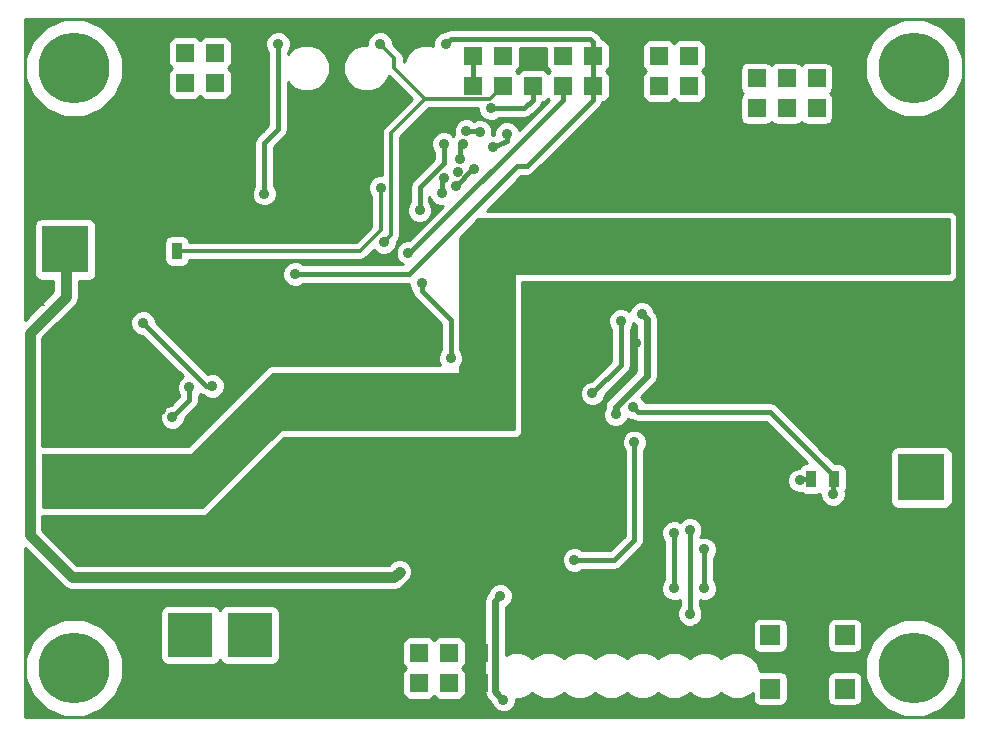
<source format=gbr>
G04 #@! TF.FileFunction,Copper,L1,Top,Signal*
%FSLAX46Y46*%
G04 Gerber Fmt 4.6, Leading zero omitted, Abs format (unit mm)*
G04 Created by KiCad (PCBNEW 4.0.1-stable) date 18. 2. 2016 10:32:21*
%MOMM*%
G01*
G04 APERTURE LIST*
%ADD10C,0.300000*%
%ADD11R,4.000000X4.000000*%
%ADD12R,1.524000X1.524000*%
%ADD13R,3.810000X3.810000*%
%ADD14C,6.000000*%
%ADD15R,0.889000X1.397000*%
%ADD16R,1.676400X1.676400*%
%ADD17C,0.600000*%
%ADD18C,0.890000*%
%ADD19C,0.400000*%
%ADD20C,0.890000*%
%ADD21C,0.180000*%
%ADD22C,0.500000*%
%ADD23C,0.600000*%
%ADD24C,0.254000*%
G04 APERTURE END LIST*
D10*
D11*
X4326500Y40511000D03*
X76826500Y40511000D03*
X4326500Y21211000D03*
X76826500Y21211000D03*
D12*
X19558000Y57150000D03*
X19558000Y54610000D03*
X17018000Y57150000D03*
X17018000Y54610000D03*
X14478000Y57150000D03*
X14478000Y54610000D03*
X11938000Y57150000D03*
X11938000Y54610000D03*
X49022000Y54356000D03*
X49022000Y56896000D03*
X38862000Y56896000D03*
X38862000Y54356000D03*
X43942000Y56896000D03*
X43942000Y54356000D03*
X46482000Y54356000D03*
X46482000Y56896000D03*
X41402000Y54356000D03*
X41402000Y56896000D03*
X31750000Y3810000D03*
X31750000Y6350000D03*
X34290000Y3810000D03*
X34290000Y6350000D03*
X36830000Y3810000D03*
X36830000Y6350000D03*
X39370000Y3810000D03*
X39370000Y6350000D03*
D13*
X14939000Y7874000D03*
X19939000Y7874000D03*
X14939000Y2921000D03*
X19939000Y2921000D03*
D12*
X62865000Y52451000D03*
X62865000Y54991000D03*
X65405000Y52451000D03*
X65405000Y54991000D03*
X67945000Y52451000D03*
X67945000Y54991000D03*
X59690000Y56896000D03*
X59690000Y54356000D03*
X57150000Y56896000D03*
X57150000Y54356000D03*
X54610000Y56896000D03*
X54610000Y54356000D03*
X52070000Y56896000D03*
X52070000Y54356000D03*
D14*
X76200000Y5080000D03*
X5080000Y55880000D03*
X5080000Y5080000D03*
X76200000Y55880000D03*
D15*
X11874500Y40386000D03*
X13779500Y40386000D03*
X69405500Y21082000D03*
X67500500Y21082000D03*
D16*
X70333000Y7838000D03*
X70333000Y3338000D03*
X64033000Y7838000D03*
X64033000Y3338000D03*
D12*
X70485000Y52451000D03*
X70485000Y54991000D03*
D17*
X27686000Y42545000D03*
X27686000Y44831000D03*
X26416000Y44831000D03*
X26416000Y42545000D03*
X27051000Y43688000D03*
D18*
X37607240Y47071280D03*
X36385500Y46545500D03*
X36195000Y45275500D03*
X37401500Y45847000D03*
X38925500Y47307500D03*
X40513000Y49149000D03*
X41719500Y50292000D03*
X39433500Y50482500D03*
X38290500Y50546000D03*
X38036500Y49466500D03*
X37782500Y48196500D03*
X32639000Y13208000D03*
X10922000Y34290000D03*
X16764000Y28956000D03*
X33908924Y48346468D03*
X55910480Y24241760D03*
X18445480Y41915080D03*
X20259040Y39268400D03*
X22316440Y39248080D03*
X15331440Y39293800D03*
X20891500Y50736500D03*
X52621491Y32575500D03*
X43357800Y15189200D03*
X45161200Y16967200D03*
X27965400Y47091598D03*
X73533000Y28956000D03*
X72263000Y28956000D03*
X71120000Y28956000D03*
X69596000Y28956000D03*
X76708000Y27813000D03*
X76581000Y29083000D03*
X74930000Y29083000D03*
X75438000Y27686000D03*
X12446000Y26924000D03*
X14668500Y15811500D03*
X14732000Y17208500D03*
X13271500Y17589500D03*
X11620500Y17589500D03*
X9779000Y17589500D03*
X8255000Y17589500D03*
X6477000Y17589500D03*
X4635500Y17589500D03*
X2857500Y17335500D03*
X3619500Y16065500D03*
X5016500Y14986000D03*
X7175500Y14478000D03*
X8953500Y14478000D03*
X10604500Y14478000D03*
X12446000Y14541500D03*
X14351000Y14351000D03*
X4127500Y33909000D03*
X4572000Y32575500D03*
X1270000Y36004500D03*
X60198000Y34163000D03*
X51308000Y46926500D03*
X53975000Y49720500D03*
X59372500Y49657000D03*
X57467500Y47815500D03*
X77406500Y44577000D03*
X72009000Y44386500D03*
X66929000Y44450000D03*
X49593500Y50165000D03*
X51371500Y52070000D03*
X49974500Y32575500D03*
X47815500Y33528000D03*
X48958500Y37274500D03*
X54546500Y44577000D03*
X52959000Y44640500D03*
X33528000Y11557000D03*
X41021000Y22161500D03*
X39687500Y20891500D03*
X37846000Y18923000D03*
X35433000Y16637000D03*
X33528000Y15811500D03*
X31115000Y15811500D03*
X29210000Y15748000D03*
X26733500Y15811500D03*
X24701500Y15748000D03*
X24892000Y18732500D03*
X48895000Y33083500D03*
X46736000Y27114500D03*
X44196000Y36258500D03*
X44259500Y32766000D03*
X43688000Y27775180D03*
X8890000Y24637999D03*
X7620000Y24638000D03*
X41402000Y23622000D03*
X39116000Y23368000D03*
X36322000Y21336000D03*
X34544000Y21336000D03*
X32766000Y20320000D03*
X30734000Y20320000D03*
X73152000Y9398000D03*
X73152000Y11430000D03*
X73406000Y13208000D03*
X73406000Y14986000D03*
X76962000Y37338000D03*
X68834000Y37338000D03*
X60198000Y37338000D03*
X60198000Y29972000D03*
X61214000Y28194000D03*
X59944000Y28194000D03*
X69596000Y13208000D03*
X70104000Y11938000D03*
X70104000Y10414000D03*
X64262000Y11938000D03*
X64262000Y13462000D03*
X64262000Y14986000D03*
X64262000Y18288000D03*
X67056000Y19050000D03*
X67564000Y17018000D03*
X13970000Y42672000D03*
X12446000Y43180000D03*
X11049000Y42672000D03*
X9017000Y41910000D03*
X7874000Y46228000D03*
X9398000Y44323000D03*
X29337000Y20319994D03*
X27813002Y20320002D03*
X26162000Y20447000D03*
X17399000Y30586680D03*
X73406000Y16510000D03*
X72136000Y17526000D03*
X71628000Y19050000D03*
X73152000Y18288000D03*
X74930000Y17272000D03*
X76454000Y17272000D03*
X77978000Y17272000D03*
X79502000Y17272000D03*
X71628000Y26289000D03*
X73152000Y26289000D03*
X76200000Y26416000D03*
X77724000Y26416000D03*
X79248000Y26416000D03*
X79248000Y25146000D03*
X77724000Y25146000D03*
X76200000Y25146000D03*
X74676000Y25146000D03*
X73660000Y24765000D03*
X72390000Y24765000D03*
X71247000Y24892000D03*
X69850000Y27432000D03*
X68326000Y27432000D03*
X28829000Y2921000D03*
X27686000Y2921000D03*
X26543000Y2921000D03*
X25400000Y2921000D03*
X24257000Y2921000D03*
X22987000Y2921000D03*
X44196000Y25019000D03*
X43180000Y24003000D03*
X69469000Y14859000D03*
X24910607Y50101500D03*
X46228000Y48260000D03*
X9906000Y57404000D03*
X9906000Y56261000D03*
X9906000Y55118000D03*
X9906000Y53848000D03*
X9906000Y52578000D03*
X11684000Y44450000D03*
X11684000Y45720000D03*
X10414000Y45720000D03*
X10541000Y40386000D03*
X9144000Y40386000D03*
X39370000Y11938000D03*
X39370000Y13716000D03*
X39878000Y15240000D03*
X70358000Y50292000D03*
X71501000Y50292000D03*
X72517000Y50292000D03*
X73787000Y50292000D03*
X15748000Y33147000D03*
X14224000Y33147000D03*
X9652000Y33147000D03*
X42418000Y13208000D03*
X46736000Y17780000D03*
X12192000Y4318000D03*
X12192000Y3048000D03*
X12192000Y1524000D03*
X65913000Y14859000D03*
X61468000Y18542000D03*
X58420000Y21590000D03*
X59690000Y20320000D03*
X66548000Y9144000D03*
X68199000Y9144000D03*
X65532000Y9652000D03*
X64389000Y9652000D03*
X44704000Y46736000D03*
X42926000Y45212000D03*
X44450000Y45212000D03*
X46228000Y46672500D03*
X45529500Y44323000D03*
X30480000Y1524000D03*
X32004000Y1524000D03*
X33528000Y1524000D03*
X35052000Y1524000D03*
X36576000Y1524000D03*
X38100000Y1524000D03*
X54864000Y59182000D03*
X56388000Y59182000D03*
X57912000Y59182000D03*
X59436000Y59182000D03*
X60960000Y59182000D03*
X7620000Y49276000D03*
X7620000Y48006000D03*
X16764000Y45720000D03*
X15494000Y45720000D03*
X14224000Y45720000D03*
X12954000Y45720000D03*
X2540000Y50038000D03*
X4318000Y50038000D03*
X6096000Y50038000D03*
X2540000Y48768000D03*
X2540000Y47498000D03*
X2540000Y46228000D03*
X2540000Y44958000D03*
X2540000Y43688000D03*
X4064000Y43688000D03*
X5588000Y43688000D03*
X7112000Y43688000D03*
X20066000Y53086000D03*
X28448000Y49276000D03*
X26924000Y46990000D03*
X67818000Y48768000D03*
X66294000Y47244000D03*
X65024000Y45974000D03*
X63500000Y44450000D03*
X66294000Y28448000D03*
X68072000Y28956000D03*
X50927000Y21209000D03*
X50165000Y22098000D03*
X40386000Y52451000D03*
X36957000Y31317000D03*
X34536057Y37632179D03*
X52387500Y27178000D03*
X69342000Y19812000D03*
X21183600Y45237400D03*
X22352000Y57912000D03*
X23799800Y38430200D03*
X36576000Y57912000D03*
X33374555Y40240311D03*
X31032131Y45742040D03*
X66548000Y20955000D03*
X57213500Y16764000D03*
X57213500Y9652000D03*
X55880000Y16510000D03*
X55880000Y11811000D03*
X58420000Y15113000D03*
X58420000Y11811000D03*
X52514500Y24193500D03*
X47434500Y14224000D03*
X41427400Y2387600D03*
X53149500Y35052000D03*
X50927000Y26543000D03*
X41148000Y11176000D03*
X51371500Y34480500D03*
X48958500Y28321000D03*
X14834564Y28826891D03*
X13396489Y26304571D03*
X31318200Y41148000D03*
X30988000Y57912000D03*
X34335720Y43845480D03*
X36377519Y49445082D03*
D19*
X36195000Y45275500D02*
X36195000Y46355000D01*
X36195000Y46355000D02*
X36385500Y46545500D01*
X38925500Y47307500D02*
X38803240Y47307500D01*
X38803240Y47307500D02*
X37401500Y45847000D01*
X41719500Y50292000D02*
X41719500Y49720500D01*
X41719500Y49720500D02*
X40513000Y49149000D01*
X38290500Y50546000D02*
X39370000Y50546000D01*
X39370000Y50546000D02*
X39433500Y50482500D01*
X37782500Y48196500D02*
X37782500Y49212500D01*
X37782500Y49212500D02*
X38036500Y49466500D01*
D20*
X4390000Y40384000D02*
X4390000Y36521000D01*
X1336040Y33467040D02*
X1336040Y16316960D01*
X4889500Y12763500D02*
X32194500Y12763500D01*
X4390000Y36521000D02*
X1336040Y33467040D01*
X1336040Y16316960D02*
X4889500Y12763500D01*
X32194500Y12763500D02*
X32639000Y13208000D01*
D19*
X10922000Y34290000D02*
X16256000Y28956000D01*
X16256000Y28956000D02*
X16764000Y28956000D01*
D21*
X55910480Y24099520D02*
X55910480Y24241760D01*
X61468000Y18542000D02*
X55910480Y24099520D01*
X20233640Y39293800D02*
X20259040Y39268400D01*
X15331440Y39293800D02*
X20233640Y39293800D01*
X42418000Y14249400D02*
X42912801Y14744201D01*
X42912801Y14744201D02*
X43357800Y15189200D01*
X42418000Y13208000D02*
X42418000Y14249400D01*
X45606199Y17412199D02*
X45161200Y16967200D01*
X46736000Y17780000D02*
X45974000Y17780000D01*
X45974000Y17780000D02*
X45606199Y17412199D01*
X27965400Y47720923D02*
X27965400Y47091598D01*
X27965400Y48793400D02*
X27965400Y47720923D01*
X28448000Y49276000D02*
X27965400Y48793400D01*
X71120000Y28956000D02*
X72263000Y28956000D01*
X69850000Y27432000D02*
X69850000Y28702000D01*
X69850000Y28702000D02*
X69596000Y28956000D01*
X74930000Y29083000D02*
X76581000Y29083000D01*
X76200000Y26416000D02*
X76200000Y26924000D01*
X76200000Y26924000D02*
X75438000Y27686000D01*
D22*
X14732000Y17208500D02*
X14732000Y15875000D01*
X14732000Y15875000D02*
X14668500Y15811500D01*
X11620500Y17589500D02*
X13271500Y17589500D01*
X8255000Y17589500D02*
X9779000Y17589500D01*
X4635500Y17589500D02*
X6477000Y17589500D01*
X3619500Y16065500D02*
X3619500Y16573500D01*
X3619500Y16573500D02*
X2857500Y17335500D01*
X7175500Y14478000D02*
X5524500Y14478000D01*
X5524500Y14478000D02*
X5016500Y14986000D01*
X10604500Y14478000D02*
X8953500Y14478000D01*
X14351000Y14351000D02*
X12636500Y14351000D01*
X12636500Y14351000D02*
X12446000Y14541500D01*
D23*
X4572000Y32575500D02*
X4572000Y33464500D01*
X4572000Y33464500D02*
X4127500Y33909000D01*
D21*
X1270000Y36322000D02*
X1270000Y35814000D01*
X1270000Y44450000D02*
X1270000Y36322000D01*
D23*
X1270000Y36322000D02*
X1270000Y36004500D01*
D21*
X60198000Y29972000D02*
X60198000Y34163000D01*
D23*
X60198000Y37338000D02*
X60198000Y34163000D01*
X59372500Y49657000D02*
X54038500Y49657000D01*
X54038500Y49657000D02*
X53975000Y49720500D01*
X54546500Y44577000D02*
X54546500Y44894500D01*
X54546500Y44894500D02*
X57467500Y47815500D01*
X66929000Y44450000D02*
X71945500Y44450000D01*
X71945500Y44450000D02*
X72009000Y44386500D01*
X51371500Y52070000D02*
X51371500Y51943000D01*
X51371500Y51943000D02*
X49593500Y50165000D01*
X48895000Y33083500D02*
X48260000Y33083500D01*
X48260000Y33083500D02*
X47815500Y33528000D01*
X52959000Y44640500D02*
X54483000Y44640500D01*
X54483000Y44640500D02*
X54546500Y44577000D01*
X39370000Y11938000D02*
X33909000Y11938000D01*
X33909000Y11938000D02*
X33528000Y11557000D01*
X37846000Y18923000D02*
X37846000Y19050000D01*
X37846000Y19050000D02*
X39687500Y20891500D01*
X33528000Y15811500D02*
X34607500Y15811500D01*
X34607500Y15811500D02*
X35433000Y16637000D01*
X29210000Y15748000D02*
X31051500Y15748000D01*
X31051500Y15748000D02*
X31115000Y15811500D01*
X24701500Y15748000D02*
X26670000Y15748000D01*
X26670000Y15748000D02*
X26733500Y15811500D01*
X26162000Y20447000D02*
X26162000Y20002500D01*
X26162000Y20002500D02*
X24892000Y18732500D01*
D22*
X46736000Y27114500D02*
X46736000Y31496000D01*
X46736000Y31496000D02*
X48323500Y33083500D01*
X48323500Y33083500D02*
X48895000Y33083500D01*
X43688000Y27775180D02*
X43688000Y32194500D01*
X43688000Y32194500D02*
X44259500Y32766000D01*
D19*
X7620000Y24638000D02*
X8889999Y24638000D01*
X8889999Y24638000D02*
X8890000Y24637999D01*
D21*
X39116000Y23368000D02*
X41148000Y23368000D01*
X41148000Y23368000D02*
X41402000Y23622000D01*
X34544000Y21336000D02*
X36322000Y21336000D01*
X30734000Y20320000D02*
X32766000Y20320000D01*
X73152000Y11430000D02*
X73152000Y9398000D01*
X73406000Y14986000D02*
X73406000Y13208000D01*
X68834000Y37338000D02*
X76962000Y37338000D01*
X59944000Y28194000D02*
X61214000Y28194000D01*
X70104000Y11938000D02*
X70104000Y12700000D01*
X70104000Y12700000D02*
X69596000Y13208000D01*
X64262000Y11938000D02*
X68580000Y11938000D01*
X68580000Y11938000D02*
X70104000Y10414000D01*
X64262000Y14986000D02*
X64262000Y13462000D01*
X67056000Y19050000D02*
X66294000Y18288000D01*
X66294000Y18288000D02*
X64262000Y18288000D01*
X69469000Y14859000D02*
X67564000Y16764000D01*
X67564000Y16764000D02*
X67564000Y17018000D01*
X14604002Y42672000D02*
X14599325Y42672000D01*
X14668001Y42735999D02*
X14604002Y42672000D01*
X14599325Y42672000D02*
X13970000Y42672000D01*
X11176000Y46228000D02*
X14668001Y42735999D01*
X9398000Y44323000D02*
X13081000Y44323000D01*
X7874000Y46228000D02*
X11176000Y46228000D01*
X13081000Y44323000D02*
X14668001Y42735999D01*
X10604001Y42227001D02*
X11049000Y42672000D01*
X10287000Y41910000D02*
X10604001Y42227001D01*
X9017000Y41910000D02*
X10287000Y41910000D01*
X29337000Y20949319D02*
X29337000Y20319994D01*
X29083000Y21590000D02*
X29337000Y21336000D01*
X29337000Y21336000D02*
X29337000Y20949319D01*
X27686004Y20447000D02*
X27813002Y20320002D01*
X26162000Y20447000D02*
X27686004Y20447000D01*
D19*
X72136000Y17526000D02*
X72390000Y17526000D01*
X72390000Y17526000D02*
X73406000Y16510000D01*
X73152000Y18288000D02*
X72390000Y18288000D01*
X72390000Y18288000D02*
X71628000Y19050000D01*
X76454000Y17272000D02*
X74930000Y17272000D01*
X79502000Y17272000D02*
X77978000Y17272000D01*
X73152000Y26289000D02*
X74930000Y27432000D01*
X74930000Y27432000D02*
X71628000Y26289000D01*
X77724000Y26416000D02*
X76200000Y26416000D01*
X79248000Y25146000D02*
X79248000Y26416000D01*
X76200000Y25146000D02*
X77724000Y25146000D01*
X73660000Y24765000D02*
X73660000Y24511000D01*
X73660000Y24511000D02*
X74676000Y25146000D01*
X71247000Y24892000D02*
X72390000Y24765000D01*
X68326000Y27432000D02*
X69850000Y27432000D01*
X27686000Y2921000D02*
X28829000Y2921000D01*
X25400000Y2921000D02*
X26543000Y2921000D01*
X22987000Y2921000D02*
X24257000Y2921000D01*
D21*
X12065000Y3175000D02*
X12065000Y1977388D01*
X12065000Y4445000D02*
X12065000Y3556000D01*
X1270000Y35814000D02*
X2540000Y35814000D01*
X1738999Y44918999D02*
X1270000Y44450000D01*
X9906000Y52578000D02*
X2119999Y44918999D01*
X2119999Y44918999D02*
X1738999Y44918999D01*
X44196000Y25019000D02*
X43180000Y24003000D01*
X9906000Y57404000D02*
X9906000Y56261000D01*
X9906000Y55372000D02*
X9906000Y55118000D01*
X9906000Y53848000D02*
X9906000Y52578000D01*
X11684000Y44450000D02*
X11684000Y45720000D01*
X11874500Y40386000D02*
X10541000Y40386000D01*
X39370000Y11938000D02*
X39370000Y13716000D01*
X70485000Y50419000D02*
X70358000Y50292000D01*
X70485000Y52451000D02*
X70485000Y50419000D01*
X71501000Y50292000D02*
X72517000Y50292000D01*
X73787000Y50292000D02*
X75057000Y50292000D01*
X15748000Y33147000D02*
X14224000Y33147000D01*
X12192000Y4318000D02*
X12192000Y3302000D01*
X12192000Y3048000D02*
X12192000Y1524000D01*
X65913000Y14859000D02*
X69469000Y14859000D01*
X58420000Y21590000D02*
X59690000Y20320000D01*
X66548000Y9144000D02*
X68199000Y9144000D01*
X65532000Y9652000D02*
X64389000Y9652000D01*
X46228000Y48260000D02*
X44704000Y46736000D01*
X42926000Y45212000D02*
X44450000Y45212000D01*
X46228000Y46672500D02*
X45529500Y44323000D01*
X30226000Y1524000D02*
X30480000Y1524000D01*
X28829000Y2921000D02*
X30226000Y1524000D01*
X32004000Y1524000D02*
X33528000Y1524000D01*
X35052000Y1524000D02*
X36576000Y1524000D01*
X53414000Y59182000D02*
X54864000Y59182000D01*
X52070000Y57838000D02*
X53414000Y59182000D01*
X52070000Y56896000D02*
X52070000Y57838000D01*
X56388000Y59182000D02*
X57912000Y59182000D01*
X59436000Y59182000D02*
X60960000Y59182000D01*
X7620000Y49276000D02*
X7620000Y48006000D01*
X16764000Y45720000D02*
X15494000Y45720000D01*
X14224000Y45720000D02*
X12954000Y45720000D01*
X3302000Y49276000D02*
X2540000Y50038000D01*
X7620000Y49276000D02*
X3302000Y49276000D01*
X4318000Y50038000D02*
X6096000Y50038000D01*
X2540000Y48768000D02*
X2540000Y47498000D01*
X2540000Y46228000D02*
X2540000Y44958000D01*
X2540000Y43688000D02*
X4064000Y43688000D01*
X5588000Y43688000D02*
X7112000Y43688000D01*
X67818000Y48768000D02*
X66294000Y47244000D01*
X65024000Y45974000D02*
X63500000Y44450000D01*
X67310000Y27432000D02*
X66294000Y28448000D01*
X68326000Y27432000D02*
X67310000Y27432000D01*
X50165000Y22098000D02*
X50165000Y21971000D01*
X50165000Y21971000D02*
X50927000Y21209000D01*
D19*
X43942000Y53194000D02*
X43942000Y54356000D01*
X43199000Y52451000D02*
X43942000Y53194000D01*
X40386000Y52451000D02*
X43199000Y52451000D01*
X36957000Y34581911D02*
X36957000Y31317000D01*
X34536057Y37632179D02*
X34536057Y37002854D01*
X34536057Y37002854D02*
X36957000Y34581911D01*
X52387500Y27178000D02*
X52832499Y26733001D01*
X64008499Y26733001D02*
X69405500Y21336000D01*
X52832499Y26733001D02*
X64008499Y26733001D01*
X69405500Y21336000D02*
X69405500Y21082000D01*
X69342000Y19812000D02*
X69342000Y21018500D01*
X69342000Y21018500D02*
X69405500Y21082000D01*
X69469000Y21018500D02*
X69405500Y21082000D01*
X22352000Y57912000D02*
X22352000Y50673000D01*
X22352000Y50673000D02*
X21183600Y49504600D01*
X21183600Y49504600D02*
X21183600Y45237400D01*
X38862000Y54356000D02*
X38862000Y56896000D01*
X42608500Y47561500D02*
X33477200Y38430200D01*
X33477200Y38430200D02*
X23799800Y38430200D01*
X43389500Y47561500D02*
X42608500Y47561500D01*
X49022000Y53194000D02*
X43389500Y47561500D01*
X49022000Y53194000D02*
X49022000Y54356000D01*
X49022000Y54356000D02*
X49022000Y57912000D01*
X48723501Y58356499D02*
X49022000Y58058000D01*
X37020499Y58356499D02*
X48723501Y58356499D01*
X49022000Y58058000D02*
X49022000Y56896000D01*
X36576000Y57912000D02*
X37020499Y58356499D01*
X46482000Y54356000D02*
X46482000Y53194000D01*
X46482000Y53194000D02*
X33547000Y40259000D01*
X33547000Y40259000D02*
X33375600Y40259000D01*
D10*
X31032131Y45112715D02*
X31032131Y45742040D01*
X20846364Y40386000D02*
X29286200Y40386000D01*
X20823522Y40408842D02*
X20846364Y40386000D01*
X20037476Y40386000D02*
X20060318Y40408842D01*
X20060318Y40408842D02*
X20823522Y40408842D01*
X13779500Y40386000D02*
X20037476Y40386000D01*
X29286200Y40386000D02*
X31032131Y42131931D01*
X31032131Y42131931D02*
X31032131Y45112715D01*
D19*
X67500500Y21082000D02*
X66675000Y21082000D01*
X66675000Y21082000D02*
X66548000Y20955000D01*
X67373500Y20955000D02*
X67500500Y21082000D01*
X57213500Y9652000D02*
X57213500Y16764000D01*
X55880000Y16510000D02*
X55880000Y11811000D01*
X58420000Y15113000D02*
X58420000Y11811000D01*
X52514500Y24193500D02*
X52514500Y15938500D01*
X52514500Y15938500D02*
X50800000Y14224000D01*
X50800000Y14224000D02*
X47434500Y14224000D01*
D23*
X40982401Y2832599D02*
X41427400Y2387600D01*
X40703001Y3111999D02*
X40982401Y2832599D01*
X40703001Y10731001D02*
X40703001Y3111999D01*
X41148000Y11176000D02*
X40703001Y10731001D01*
X50927000Y26543000D02*
X50927000Y27172325D01*
X50927000Y27172325D02*
X53566501Y29811826D01*
X53566501Y29811826D02*
X53566501Y34634999D01*
X53566501Y34634999D02*
X53149500Y35052000D01*
D19*
X48958500Y28321000D02*
X51371500Y30734000D01*
X51371500Y30734000D02*
X51371500Y34480500D01*
X14834564Y28826891D02*
X14834564Y27742646D01*
X14834564Y27742646D02*
X13396489Y26304571D01*
D10*
X34803599Y53243999D02*
X31902400Y50342800D01*
X31902400Y50342800D02*
X31902400Y41732200D01*
X31902400Y41732200D02*
X31318200Y41148000D01*
X34803599Y53243999D02*
X32207200Y55840398D01*
X32207200Y55840398D02*
X32207200Y56692800D01*
X32207200Y56692800D02*
X30988000Y57912000D01*
X41402000Y54356000D02*
X40289999Y53243999D01*
X40289999Y53243999D02*
X34803599Y53243999D01*
D22*
X41402000Y54356000D02*
X40995998Y54356000D01*
D19*
X36377519Y49445082D02*
X36377519Y47858319D01*
X34335720Y45816520D02*
X34335720Y44474805D01*
X36377519Y47858319D02*
X34335720Y45816520D01*
X34335720Y44474805D02*
X34335720Y43845480D01*
D24*
G36*
X79121000Y38481000D02*
X42418000Y38481000D01*
X42368590Y38470994D01*
X42326965Y38442553D01*
X42299685Y38400159D01*
X42291000Y38354000D01*
X42291000Y25273000D01*
X22606000Y25273000D01*
X22556590Y25262994D01*
X22516197Y25235803D01*
X15949394Y18669000D01*
X2413000Y18669000D01*
X2413000Y23114000D01*
X14986000Y23114000D01*
X15035410Y23124006D01*
X15075803Y23151197D01*
X21896606Y29972000D01*
X37592000Y29972000D01*
X37641410Y29982006D01*
X37683035Y30010447D01*
X37710315Y30052841D01*
X37719000Y30099000D01*
X37719000Y30562955D01*
X37865268Y30708968D01*
X38028814Y31102830D01*
X38029186Y31529299D01*
X37866328Y31923446D01*
X37784000Y32005918D01*
X37784000Y34581911D01*
X37721048Y34898390D01*
X37719000Y34901455D01*
X37719000Y41502446D01*
X39269555Y43053000D01*
X79121000Y43053000D01*
X79121000Y38481000D01*
X79121000Y38481000D01*
G37*
X79121000Y38481000D02*
X42418000Y38481000D01*
X42368590Y38470994D01*
X42326965Y38442553D01*
X42299685Y38400159D01*
X42291000Y38354000D01*
X42291000Y25273000D01*
X22606000Y25273000D01*
X22556590Y25262994D01*
X22516197Y25235803D01*
X15949394Y18669000D01*
X2413000Y18669000D01*
X2413000Y23114000D01*
X14986000Y23114000D01*
X15035410Y23124006D01*
X15075803Y23151197D01*
X21896606Y29972000D01*
X37592000Y29972000D01*
X37641410Y29982006D01*
X37683035Y30010447D01*
X37710315Y30052841D01*
X37719000Y30099000D01*
X37719000Y30562955D01*
X37865268Y30708968D01*
X38028814Y31102830D01*
X38029186Y31529299D01*
X37866328Y31923446D01*
X37784000Y32005918D01*
X37784000Y34581911D01*
X37721048Y34898390D01*
X37719000Y34901455D01*
X37719000Y41502446D01*
X39269555Y43053000D01*
X79121000Y43053000D01*
X79121000Y38481000D01*
G36*
X80349000Y931000D02*
X931000Y931000D01*
X931000Y4262690D01*
X952285Y4262690D01*
X1579259Y2745296D01*
X2739190Y1583340D01*
X4255487Y953718D01*
X5897310Y952285D01*
X7414704Y1579259D01*
X8576660Y2739190D01*
X9206282Y4255487D01*
X9207715Y5897310D01*
X8580741Y7414704D01*
X7420810Y8576660D01*
X5904513Y9206282D01*
X4262690Y9207715D01*
X2745296Y8580741D01*
X1583340Y7420810D01*
X953718Y5904513D01*
X952285Y4262690D01*
X931000Y4262690D01*
X931000Y9779000D01*
X12394717Y9779000D01*
X12394717Y5969000D01*
X12438437Y5736648D01*
X12575757Y5523247D01*
X12785283Y5380083D01*
X13034000Y5329717D01*
X16844000Y5329717D01*
X17076352Y5373437D01*
X17289753Y5510757D01*
X17432917Y5720283D01*
X17437374Y5742295D01*
X17438437Y5736648D01*
X17575757Y5523247D01*
X17785283Y5380083D01*
X18034000Y5329717D01*
X21844000Y5329717D01*
X22076352Y5373437D01*
X22289753Y5510757D01*
X22432917Y5720283D01*
X22483283Y5969000D01*
X22483283Y7112000D01*
X32888717Y7112000D01*
X32888717Y5588000D01*
X32932437Y5355648D01*
X33069757Y5142247D01*
X33160234Y5080426D01*
X33082247Y5030243D01*
X32939083Y4820717D01*
X32888717Y4572000D01*
X32888717Y3048000D01*
X32932437Y2815648D01*
X33069757Y2602247D01*
X33279283Y2459083D01*
X33528000Y2408717D01*
X35052000Y2408717D01*
X35284352Y2452437D01*
X35497753Y2589757D01*
X35559574Y2680234D01*
X35609757Y2602247D01*
X35819283Y2459083D01*
X36068000Y2408717D01*
X37592000Y2408717D01*
X37824352Y2452437D01*
X38037753Y2589757D01*
X38180917Y2799283D01*
X38231283Y3048000D01*
X38231283Y4572000D01*
X38187563Y4804352D01*
X38050243Y5017753D01*
X37959766Y5079574D01*
X38037753Y5129757D01*
X38180917Y5339283D01*
X38231283Y5588000D01*
X38231283Y7112000D01*
X38187563Y7344352D01*
X38050243Y7557753D01*
X37840717Y7700917D01*
X37592000Y7751283D01*
X36068000Y7751283D01*
X35835648Y7707563D01*
X35622247Y7570243D01*
X35560426Y7479766D01*
X35510243Y7557753D01*
X35300717Y7700917D01*
X35052000Y7751283D01*
X33528000Y7751283D01*
X33295648Y7707563D01*
X33082247Y7570243D01*
X32939083Y7360717D01*
X32888717Y7112000D01*
X22483283Y7112000D01*
X22483283Y9779000D01*
X22439563Y10011352D01*
X22302243Y10224753D01*
X22092717Y10367917D01*
X21844000Y10418283D01*
X18034000Y10418283D01*
X17801648Y10374563D01*
X17588247Y10237243D01*
X17445083Y10027717D01*
X17440626Y10005705D01*
X17439563Y10011352D01*
X17302243Y10224753D01*
X17092717Y10367917D01*
X16844000Y10418283D01*
X13034000Y10418283D01*
X12801648Y10374563D01*
X12588247Y10237243D01*
X12445083Y10027717D01*
X12394717Y9779000D01*
X931000Y9779000D01*
X931000Y10731001D01*
X39776001Y10731001D01*
X39776001Y3111999D01*
X39846565Y2757251D01*
X40045794Y2459083D01*
X40047513Y2456511D01*
X40373867Y2130157D01*
X40518072Y1781154D01*
X40819368Y1479332D01*
X41213230Y1315786D01*
X41639699Y1315414D01*
X42033846Y1478272D01*
X42335668Y1779568D01*
X42499214Y2173430D01*
X42499471Y2468039D01*
X42936524Y2467657D01*
X43663418Y2768003D01*
X43878388Y2982598D01*
X44090657Y2769958D01*
X44817025Y2468344D01*
X45603524Y2467657D01*
X46330418Y2768003D01*
X46545388Y2982598D01*
X46757657Y2769958D01*
X47484025Y2468344D01*
X48270524Y2467657D01*
X48997418Y2768003D01*
X49212388Y2982598D01*
X49424657Y2769958D01*
X50151025Y2468344D01*
X50937524Y2467657D01*
X51664418Y2768003D01*
X51879388Y2982598D01*
X52091657Y2769958D01*
X52818025Y2468344D01*
X53604524Y2467657D01*
X54331418Y2768003D01*
X54546388Y2982598D01*
X54758657Y2769958D01*
X55485025Y2468344D01*
X56271524Y2467657D01*
X56998418Y2768003D01*
X57213388Y2982598D01*
X57425657Y2769958D01*
X58152025Y2468344D01*
X58938524Y2467657D01*
X59665418Y2768003D01*
X59880388Y2982598D01*
X60092657Y2769958D01*
X60819025Y2468344D01*
X61605524Y2467657D01*
X62332418Y2768003D01*
X62555517Y2990713D01*
X62555517Y2499800D01*
X62599237Y2267448D01*
X62736557Y2054047D01*
X62946083Y1910883D01*
X63194800Y1860517D01*
X64871200Y1860517D01*
X65103552Y1904237D01*
X65316953Y2041557D01*
X65460117Y2251083D01*
X65510483Y2499800D01*
X65510483Y4176200D01*
X68855517Y4176200D01*
X68855517Y2499800D01*
X68899237Y2267448D01*
X69036557Y2054047D01*
X69246083Y1910883D01*
X69494800Y1860517D01*
X71171200Y1860517D01*
X71403552Y1904237D01*
X71616953Y2041557D01*
X71760117Y2251083D01*
X71810483Y2499800D01*
X71810483Y4176200D01*
X71794209Y4262690D01*
X72072285Y4262690D01*
X72699259Y2745296D01*
X73859190Y1583340D01*
X75375487Y953718D01*
X77017310Y952285D01*
X78534704Y1579259D01*
X79696660Y2739190D01*
X80326282Y4255487D01*
X80327715Y5897310D01*
X79700741Y7414704D01*
X78540810Y8576660D01*
X77024513Y9206282D01*
X75382690Y9207715D01*
X73865296Y8580741D01*
X72703340Y7420810D01*
X72073718Y5904513D01*
X72072285Y4262690D01*
X71794209Y4262690D01*
X71766763Y4408552D01*
X71629443Y4621953D01*
X71419917Y4765117D01*
X71171200Y4815483D01*
X69494800Y4815483D01*
X69262448Y4771763D01*
X69049047Y4634443D01*
X68905883Y4424917D01*
X68855517Y4176200D01*
X65510483Y4176200D01*
X65466763Y4408552D01*
X65329443Y4621953D01*
X65119917Y4765117D01*
X64871200Y4815483D01*
X63194800Y4815483D01*
X63191324Y4814829D01*
X63191343Y4836524D01*
X62890997Y5563418D01*
X62335343Y6120042D01*
X61608975Y6421656D01*
X60822476Y6422343D01*
X60095582Y6121997D01*
X59880612Y5907402D01*
X59668343Y6120042D01*
X58941975Y6421656D01*
X58155476Y6422343D01*
X57428582Y6121997D01*
X57213612Y5907402D01*
X57001343Y6120042D01*
X56274975Y6421656D01*
X55488476Y6422343D01*
X54761582Y6121997D01*
X54546612Y5907402D01*
X54334343Y6120042D01*
X53607975Y6421656D01*
X52821476Y6422343D01*
X52094582Y6121997D01*
X51879612Y5907402D01*
X51667343Y6120042D01*
X50940975Y6421656D01*
X50154476Y6422343D01*
X49427582Y6121997D01*
X49212612Y5907402D01*
X49000343Y6120042D01*
X48273975Y6421656D01*
X47487476Y6422343D01*
X46760582Y6121997D01*
X46545612Y5907402D01*
X46333343Y6120042D01*
X45606975Y6421656D01*
X44820476Y6422343D01*
X44093582Y6121997D01*
X43878612Y5907402D01*
X43666343Y6120042D01*
X42939975Y6421656D01*
X42153476Y6422343D01*
X41630001Y6206048D01*
X41630001Y10215252D01*
X41754446Y10266672D01*
X42056268Y10567968D01*
X42219814Y10961830D01*
X42220186Y11388299D01*
X42057328Y11782446D01*
X41756032Y12084268D01*
X41362170Y12247814D01*
X40935701Y12248186D01*
X40541554Y12085328D01*
X40239732Y11784032D01*
X40093933Y11432909D01*
X40047513Y11386489D01*
X39846565Y11085749D01*
X39776001Y10731001D01*
X931000Y10731001D01*
X931000Y15205964D01*
X4131481Y12005482D01*
X4391881Y11831488D01*
X4479263Y11773101D01*
X4889500Y11691500D01*
X32194500Y11691500D01*
X32604737Y11773101D01*
X32952518Y12005482D01*
X33396356Y12449319D01*
X33547268Y12599968D01*
X33710814Y12993830D01*
X33711186Y13420299D01*
X33548328Y13814446D01*
X33351417Y14011701D01*
X46362314Y14011701D01*
X46525172Y13617554D01*
X46826468Y13315732D01*
X47220330Y13152186D01*
X47646799Y13151814D01*
X48040946Y13314672D01*
X48123418Y13397000D01*
X50800000Y13397000D01*
X51116479Y13459952D01*
X51384777Y13639223D01*
X53099277Y15353723D01*
X53278548Y15622021D01*
X53297927Y15719446D01*
X53341500Y15938500D01*
X53341500Y16297701D01*
X54807814Y16297701D01*
X54970672Y15903554D01*
X55053000Y15821082D01*
X55053000Y12500158D01*
X54971732Y12419032D01*
X54808186Y12025170D01*
X54807814Y11598701D01*
X54970672Y11204554D01*
X55271968Y10902732D01*
X55665830Y10739186D01*
X56092299Y10738814D01*
X56386500Y10860375D01*
X56386500Y10341158D01*
X56305232Y10260032D01*
X56141686Y9866170D01*
X56141314Y9439701D01*
X56304172Y9045554D01*
X56605468Y8743732D01*
X56999330Y8580186D01*
X57425799Y8579814D01*
X57659071Y8676200D01*
X62555517Y8676200D01*
X62555517Y6999800D01*
X62599237Y6767448D01*
X62736557Y6554047D01*
X62946083Y6410883D01*
X63194800Y6360517D01*
X64871200Y6360517D01*
X65103552Y6404237D01*
X65316953Y6541557D01*
X65460117Y6751083D01*
X65510483Y6999800D01*
X65510483Y8676200D01*
X68855517Y8676200D01*
X68855517Y6999800D01*
X68899237Y6767448D01*
X69036557Y6554047D01*
X69246083Y6410883D01*
X69494800Y6360517D01*
X71171200Y6360517D01*
X71403552Y6404237D01*
X71616953Y6541557D01*
X71760117Y6751083D01*
X71810483Y6999800D01*
X71810483Y8676200D01*
X71766763Y8908552D01*
X71629443Y9121953D01*
X71419917Y9265117D01*
X71171200Y9315483D01*
X69494800Y9315483D01*
X69262448Y9271763D01*
X69049047Y9134443D01*
X68905883Y8924917D01*
X68855517Y8676200D01*
X65510483Y8676200D01*
X65466763Y8908552D01*
X65329443Y9121953D01*
X65119917Y9265117D01*
X64871200Y9315483D01*
X63194800Y9315483D01*
X62962448Y9271763D01*
X62749047Y9134443D01*
X62605883Y8924917D01*
X62555517Y8676200D01*
X57659071Y8676200D01*
X57819946Y8742672D01*
X58121768Y9043968D01*
X58285314Y9437830D01*
X58285686Y9864299D01*
X58122828Y10258446D01*
X58040500Y10340918D01*
X58040500Y10807837D01*
X58205830Y10739186D01*
X58632299Y10738814D01*
X59026446Y10901672D01*
X59328268Y11202968D01*
X59491814Y11596830D01*
X59492186Y12023299D01*
X59329328Y12417446D01*
X59247000Y12499918D01*
X59247000Y14423842D01*
X59328268Y14504968D01*
X59491814Y14898830D01*
X59492186Y15325299D01*
X59329328Y15719446D01*
X59028032Y16021268D01*
X58634170Y16184814D01*
X58207701Y16185186D01*
X58111019Y16145238D01*
X58121768Y16155968D01*
X58285314Y16549830D01*
X58285686Y16976299D01*
X58122828Y17370446D01*
X57821532Y17672268D01*
X57427670Y17835814D01*
X57001201Y17836186D01*
X56607054Y17673328D01*
X56391643Y17458292D01*
X56094170Y17581814D01*
X55667701Y17582186D01*
X55273554Y17419328D01*
X54971732Y17118032D01*
X54808186Y16724170D01*
X54807814Y16297701D01*
X53341500Y16297701D01*
X53341500Y23504342D01*
X53422768Y23585468D01*
X53586314Y23979330D01*
X53586686Y24405799D01*
X53423828Y24799946D01*
X53122532Y25101768D01*
X52728670Y25265314D01*
X52302201Y25265686D01*
X51908054Y25102828D01*
X51606232Y24801532D01*
X51442686Y24407670D01*
X51442314Y23981201D01*
X51605172Y23587054D01*
X51687500Y23504582D01*
X51687500Y16281054D01*
X50457446Y15051000D01*
X48123658Y15051000D01*
X48042532Y15132268D01*
X47648670Y15295814D01*
X47222201Y15296186D01*
X46828054Y15133328D01*
X46526232Y14832032D01*
X46362686Y14438170D01*
X46362314Y14011701D01*
X33351417Y14011701D01*
X33247032Y14116268D01*
X32853170Y14279814D01*
X32426701Y14280186D01*
X32032554Y14117328D01*
X31750234Y13835500D01*
X5333537Y13835500D01*
X2408040Y16760996D01*
X2408040Y17915000D01*
X16002000Y17915000D01*
X16237935Y17961084D01*
X16445356Y18098644D01*
X22865712Y24519000D01*
X42418000Y24519000D01*
X42645888Y24561880D01*
X42855189Y24696562D01*
X42995601Y24902062D01*
X43045000Y25146000D01*
X43045000Y28108701D01*
X47886314Y28108701D01*
X48049172Y27714554D01*
X48350468Y27412732D01*
X48744330Y27249186D01*
X49170799Y27248814D01*
X49564946Y27411672D01*
X49866768Y27712968D01*
X50030314Y28106830D01*
X50030416Y28223361D01*
X51956277Y30149222D01*
X52135548Y30417521D01*
X52198500Y30734000D01*
X52198500Y33791342D01*
X52279768Y33872468D01*
X52436196Y34249188D01*
X52541468Y34143732D01*
X52639501Y34103025D01*
X52639501Y30195802D01*
X50271512Y27827813D01*
X50070564Y27527073D01*
X50000000Y27172325D01*
X50000000Y27105920D01*
X49855186Y26757170D01*
X49854814Y26330701D01*
X50017672Y25936554D01*
X50318968Y25634732D01*
X50712830Y25471186D01*
X51139299Y25470814D01*
X51533446Y25633672D01*
X51835268Y25934968D01*
X51945625Y26200737D01*
X52173330Y26106186D01*
X52310815Y26106066D01*
X52516020Y25968953D01*
X52832499Y25906001D01*
X63665945Y25906001D01*
X67152163Y22419783D01*
X67056000Y22419783D01*
X66823648Y22376063D01*
X66610247Y22238743D01*
X66467083Y22029217D01*
X66466649Y22027072D01*
X66335701Y22027186D01*
X65941554Y21864328D01*
X65639732Y21563032D01*
X65476186Y21169170D01*
X65475814Y20742701D01*
X65638672Y20348554D01*
X65939968Y20046732D01*
X66333830Y19883186D01*
X66678049Y19882886D01*
X66807283Y19794583D01*
X67056000Y19744217D01*
X67945000Y19744217D01*
X68177352Y19787937D01*
X68270030Y19847574D01*
X68269814Y19599701D01*
X68432672Y19205554D01*
X68733968Y18903732D01*
X69127830Y18740186D01*
X69554299Y18739814D01*
X69948446Y18902672D01*
X70250268Y19203968D01*
X70413814Y19597830D01*
X70414186Y20024299D01*
X70395058Y20070593D01*
X70438917Y20134783D01*
X70489283Y20383500D01*
X70489283Y21780500D01*
X70445563Y22012852D01*
X70308243Y22226253D01*
X70098717Y22369417D01*
X69850000Y22419783D01*
X69491271Y22419783D01*
X68700054Y23211000D01*
X74187217Y23211000D01*
X74187217Y19211000D01*
X74230937Y18978648D01*
X74368257Y18765247D01*
X74577783Y18622083D01*
X74826500Y18571717D01*
X78826500Y18571717D01*
X79058852Y18615437D01*
X79272253Y18752757D01*
X79415417Y18962283D01*
X79465783Y19211000D01*
X79465783Y23211000D01*
X79422063Y23443352D01*
X79284743Y23656753D01*
X79075217Y23799917D01*
X78826500Y23850283D01*
X74826500Y23850283D01*
X74594148Y23806563D01*
X74380747Y23669243D01*
X74237583Y23459717D01*
X74187217Y23211000D01*
X68700054Y23211000D01*
X64593276Y27317778D01*
X64324978Y27497049D01*
X64008499Y27560001D01*
X53389567Y27560001D01*
X53296828Y27784446D01*
X53073657Y28008006D01*
X54221989Y29156338D01*
X54270719Y29229268D01*
X54422937Y29457078D01*
X54493501Y29811826D01*
X54493501Y34634999D01*
X54422937Y34989747D01*
X54221989Y35290487D01*
X54203033Y35309443D01*
X54058828Y35658446D01*
X53757532Y35960268D01*
X53363670Y36123814D01*
X52937201Y36124186D01*
X52543054Y35961328D01*
X52241232Y35660032D01*
X52084804Y35283312D01*
X51979532Y35388768D01*
X51585670Y35552314D01*
X51159201Y35552686D01*
X50765054Y35389828D01*
X50463232Y35088532D01*
X50299686Y34694670D01*
X50299314Y34268201D01*
X50462172Y33874054D01*
X50544500Y33791582D01*
X50544500Y31076555D01*
X48861032Y29393086D01*
X48746201Y29393186D01*
X48352054Y29230328D01*
X48050232Y28929032D01*
X47886686Y28535170D01*
X47886314Y28108701D01*
X43045000Y28108701D01*
X43045000Y37727000D01*
X79248000Y37727000D01*
X79475888Y37769880D01*
X79685189Y37904562D01*
X79825601Y38110062D01*
X79875000Y38354000D01*
X79875000Y43180000D01*
X79832120Y43407888D01*
X79697438Y43617189D01*
X79491938Y43757601D01*
X79248000Y43807000D01*
X40023555Y43807000D01*
X42951055Y46734500D01*
X43389500Y46734500D01*
X43705979Y46797452D01*
X43974277Y46976723D01*
X49606777Y52609223D01*
X49786048Y52877521D01*
X49802080Y52958119D01*
X50016352Y52998437D01*
X50229753Y53135757D01*
X50372917Y53345283D01*
X50423283Y53594000D01*
X50423283Y55118000D01*
X50379563Y55350352D01*
X50242243Y55563753D01*
X50151766Y55625574D01*
X50229753Y55675757D01*
X50372917Y55885283D01*
X50423283Y56134000D01*
X50423283Y57658000D01*
X53208717Y57658000D01*
X53208717Y56134000D01*
X53252437Y55901648D01*
X53389757Y55688247D01*
X53480234Y55626426D01*
X53402247Y55576243D01*
X53259083Y55366717D01*
X53208717Y55118000D01*
X53208717Y53594000D01*
X53252437Y53361648D01*
X53389757Y53148247D01*
X53599283Y53005083D01*
X53848000Y52954717D01*
X55372000Y52954717D01*
X55604352Y52998437D01*
X55817753Y53135757D01*
X55879574Y53226234D01*
X55929757Y53148247D01*
X56139283Y53005083D01*
X56388000Y52954717D01*
X57912000Y52954717D01*
X58144352Y52998437D01*
X58357753Y53135757D01*
X58500917Y53345283D01*
X58551283Y53594000D01*
X58551283Y55118000D01*
X58507563Y55350352D01*
X58370243Y55563753D01*
X58279766Y55625574D01*
X58357753Y55675757D01*
X58410531Y55753000D01*
X61463717Y55753000D01*
X61463717Y54229000D01*
X61507437Y53996648D01*
X61644757Y53783247D01*
X61735234Y53721426D01*
X61657247Y53671243D01*
X61514083Y53461717D01*
X61463717Y53213000D01*
X61463717Y51689000D01*
X61507437Y51456648D01*
X61644757Y51243247D01*
X61854283Y51100083D01*
X62103000Y51049717D01*
X63627000Y51049717D01*
X63859352Y51093437D01*
X64072753Y51230757D01*
X64134574Y51321234D01*
X64184757Y51243247D01*
X64394283Y51100083D01*
X64643000Y51049717D01*
X66167000Y51049717D01*
X66399352Y51093437D01*
X66612753Y51230757D01*
X66674574Y51321234D01*
X66724757Y51243247D01*
X66934283Y51100083D01*
X67183000Y51049717D01*
X68707000Y51049717D01*
X68939352Y51093437D01*
X69152753Y51230757D01*
X69295917Y51440283D01*
X69346283Y51689000D01*
X69346283Y53213000D01*
X69302563Y53445352D01*
X69165243Y53658753D01*
X69074766Y53720574D01*
X69152753Y53770757D01*
X69295917Y53980283D01*
X69346283Y54229000D01*
X69346283Y55062690D01*
X72072285Y55062690D01*
X72699259Y53545296D01*
X73859190Y52383340D01*
X75375487Y51753718D01*
X77017310Y51752285D01*
X78534704Y52379259D01*
X79696660Y53539190D01*
X80326282Y55055487D01*
X80327715Y56697310D01*
X79700741Y58214704D01*
X78540810Y59376660D01*
X77024513Y60006282D01*
X75382690Y60007715D01*
X73865296Y59380741D01*
X72703340Y58220810D01*
X72073718Y56704513D01*
X72072285Y55062690D01*
X69346283Y55062690D01*
X69346283Y55753000D01*
X69302563Y55985352D01*
X69165243Y56198753D01*
X68955717Y56341917D01*
X68707000Y56392283D01*
X67183000Y56392283D01*
X66950648Y56348563D01*
X66737247Y56211243D01*
X66675426Y56120766D01*
X66625243Y56198753D01*
X66415717Y56341917D01*
X66167000Y56392283D01*
X64643000Y56392283D01*
X64410648Y56348563D01*
X64197247Y56211243D01*
X64135426Y56120766D01*
X64085243Y56198753D01*
X63875717Y56341917D01*
X63627000Y56392283D01*
X62103000Y56392283D01*
X61870648Y56348563D01*
X61657247Y56211243D01*
X61514083Y56001717D01*
X61463717Y55753000D01*
X58410531Y55753000D01*
X58500917Y55885283D01*
X58551283Y56134000D01*
X58551283Y57658000D01*
X58507563Y57890352D01*
X58370243Y58103753D01*
X58160717Y58246917D01*
X57912000Y58297283D01*
X56388000Y58297283D01*
X56155648Y58253563D01*
X55942247Y58116243D01*
X55880426Y58025766D01*
X55830243Y58103753D01*
X55620717Y58246917D01*
X55372000Y58297283D01*
X53848000Y58297283D01*
X53615648Y58253563D01*
X53402247Y58116243D01*
X53259083Y57906717D01*
X53208717Y57658000D01*
X50423283Y57658000D01*
X50379563Y57890352D01*
X50242243Y58103753D01*
X50032717Y58246917D01*
X49802134Y58293611D01*
X49786048Y58374479D01*
X49697124Y58507563D01*
X49606777Y58642778D01*
X49308278Y58941276D01*
X49039980Y59120547D01*
X48723501Y59183499D01*
X37020499Y59183499D01*
X36704020Y59120547D01*
X36499763Y58984067D01*
X36363701Y58984186D01*
X35969554Y58821328D01*
X35667732Y58520032D01*
X35504186Y58126170D01*
X35503884Y57780290D01*
X35319975Y57856656D01*
X34533476Y57857343D01*
X33806582Y57556997D01*
X33249958Y57001343D01*
X32984200Y56361326D01*
X32984200Y56692800D01*
X32925054Y56990145D01*
X32756622Y57242222D01*
X32060024Y57938820D01*
X32060186Y58124299D01*
X31897328Y58518446D01*
X31596032Y58820268D01*
X31202170Y58983814D01*
X30775701Y58984186D01*
X30381554Y58821328D01*
X30079732Y58520032D01*
X29916186Y58126170D01*
X29915951Y57856939D01*
X29453476Y57857343D01*
X28726582Y57556997D01*
X28169958Y57001343D01*
X27868344Y56274975D01*
X27867657Y55488476D01*
X28168003Y54761582D01*
X28723657Y54204958D01*
X29450025Y53903344D01*
X30236524Y53902657D01*
X30963418Y54203003D01*
X31520042Y54758657D01*
X31716639Y55232115D01*
X33704755Y53243999D01*
X31352978Y50892222D01*
X31184546Y50640145D01*
X31125400Y50342800D01*
X31125400Y46813959D01*
X30819832Y46814226D01*
X30425685Y46651368D01*
X30123863Y46350072D01*
X29960317Y45956210D01*
X29959945Y45529741D01*
X30122803Y45135594D01*
X30255131Y45003035D01*
X30255131Y42453775D01*
X28964356Y41163000D01*
X20938356Y41163000D01*
X20823522Y41185842D01*
X20060318Y41185842D01*
X19945484Y41163000D01*
X14848512Y41163000D01*
X14819563Y41316852D01*
X14682243Y41530253D01*
X14472717Y41673417D01*
X14224000Y41723783D01*
X13335000Y41723783D01*
X13102648Y41680063D01*
X12889247Y41542743D01*
X12746083Y41333217D01*
X12695717Y41084500D01*
X12695717Y39687500D01*
X12739437Y39455148D01*
X12876757Y39241747D01*
X13086283Y39098583D01*
X13335000Y39048217D01*
X14224000Y39048217D01*
X14456352Y39091937D01*
X14669753Y39229257D01*
X14812917Y39438783D01*
X14847386Y39609000D01*
X20037476Y39609000D01*
X20152310Y39631842D01*
X20731530Y39631842D01*
X20846364Y39609000D01*
X29286200Y39609000D01*
X29583545Y39668146D01*
X29835622Y39836578D01*
X30474678Y40475634D01*
X30710168Y40239732D01*
X31104030Y40076186D01*
X31530499Y40075814D01*
X31924646Y40238672D01*
X32226468Y40539968D01*
X32390014Y40933830D01*
X32390177Y41121133D01*
X32451822Y41182778D01*
X32453869Y41185842D01*
X32620254Y41434855D01*
X32679400Y41732200D01*
X32679400Y50020956D01*
X35125443Y52466999D01*
X39314013Y52466999D01*
X39313814Y52238701D01*
X39476672Y51844554D01*
X39777968Y51542732D01*
X40171830Y51379186D01*
X40598299Y51378814D01*
X40992446Y51541672D01*
X41074918Y51624000D01*
X43199000Y51624000D01*
X43515479Y51686952D01*
X43783777Y51866223D01*
X44526778Y52609223D01*
X44706048Y52877521D01*
X44722080Y52958119D01*
X44936352Y52998437D01*
X45149753Y53135757D01*
X45211574Y53226234D01*
X45261757Y53148247D01*
X45264689Y53146244D01*
X42742291Y50623845D01*
X42628828Y50898446D01*
X42327532Y51200268D01*
X41933670Y51363814D01*
X41507201Y51364186D01*
X41113054Y51201328D01*
X40811232Y50900032D01*
X40647686Y50506170D01*
X40647437Y50220884D01*
X40485671Y50221025D01*
X40505314Y50268330D01*
X40505686Y50694799D01*
X40342828Y51088946D01*
X40041532Y51390768D01*
X39647670Y51554314D01*
X39221201Y51554686D01*
X38921788Y51430971D01*
X38898532Y51454268D01*
X38504670Y51617814D01*
X38078201Y51618186D01*
X37684054Y51455328D01*
X37382232Y51154032D01*
X37218686Y50760170D01*
X37218314Y50333701D01*
X37267823Y50213880D01*
X37196176Y50142357D01*
X36985551Y50353350D01*
X36591689Y50516896D01*
X36165220Y50517268D01*
X35771073Y50354410D01*
X35469251Y50053114D01*
X35305705Y49659252D01*
X35305333Y49232783D01*
X35468191Y48838636D01*
X35550519Y48756164D01*
X35550519Y48200873D01*
X33750943Y46401297D01*
X33571672Y46132999D01*
X33508720Y45816520D01*
X33508720Y44534638D01*
X33427452Y44453512D01*
X33263906Y44059650D01*
X33263534Y43633181D01*
X33426392Y43239034D01*
X33727688Y42937212D01*
X34121550Y42773666D01*
X34548019Y42773294D01*
X34942166Y42936152D01*
X35243988Y43237448D01*
X35407534Y43631310D01*
X35407906Y44057779D01*
X35245048Y44451926D01*
X35162720Y44534398D01*
X35162720Y44966621D01*
X35285672Y44669054D01*
X35586968Y44367232D01*
X35980830Y44203686D01*
X36321834Y44203389D01*
X33430709Y41312263D01*
X33162256Y41312497D01*
X32768109Y41149639D01*
X32466287Y40848343D01*
X32302741Y40454481D01*
X32302369Y40028012D01*
X32465227Y39633865D01*
X32766523Y39332043D01*
X32946765Y39257200D01*
X24488958Y39257200D01*
X24407832Y39338468D01*
X24013970Y39502014D01*
X23587501Y39502386D01*
X23193354Y39339528D01*
X22891532Y39038232D01*
X22727986Y38644370D01*
X22727614Y38217901D01*
X22890472Y37823754D01*
X23191768Y37521932D01*
X23585630Y37358386D01*
X24012099Y37358014D01*
X24406246Y37520872D01*
X24488718Y37603200D01*
X33464031Y37603200D01*
X33463871Y37419880D01*
X33626729Y37025733D01*
X33723861Y36928432D01*
X33772009Y36686375D01*
X33951280Y36418077D01*
X36130000Y34239356D01*
X36130000Y32006158D01*
X36048732Y31925032D01*
X35885186Y31531170D01*
X35884814Y31104701D01*
X36041290Y30726000D01*
X21844000Y30726000D01*
X21608065Y30679916D01*
X21400644Y30542356D01*
X14726288Y23868000D01*
X2408040Y23868000D01*
X2408040Y33023004D01*
X3462737Y34077701D01*
X9849814Y34077701D01*
X10012672Y33683554D01*
X10313968Y33381732D01*
X10707830Y33218186D01*
X10824362Y33218084D01*
X14283389Y29759057D01*
X14228118Y29736219D01*
X13926296Y29434923D01*
X13762750Y29041061D01*
X13762378Y28614592D01*
X13925236Y28220445D01*
X14007564Y28137973D01*
X14007564Y28085200D01*
X13299021Y27376657D01*
X13184190Y27376757D01*
X12790043Y27213899D01*
X12488221Y26912603D01*
X12324675Y26518741D01*
X12324303Y26092272D01*
X12487161Y25698125D01*
X12788457Y25396303D01*
X13182319Y25232757D01*
X13608788Y25232385D01*
X14002935Y25395243D01*
X14304757Y25696539D01*
X14468303Y26090401D01*
X14468405Y26206933D01*
X15419341Y27157869D01*
X15598612Y27426167D01*
X15618683Y27527072D01*
X15661564Y27742646D01*
X15661564Y28137733D01*
X15742832Y28218859D01*
X15776805Y28300675D01*
X15939521Y28191952D01*
X16029957Y28173963D01*
X16155968Y28047732D01*
X16549830Y27884186D01*
X16976299Y27883814D01*
X17370446Y28046672D01*
X17672268Y28347968D01*
X17835814Y28741830D01*
X17836186Y29168299D01*
X17673328Y29562446D01*
X17372032Y29864268D01*
X16978170Y30027814D01*
X16551701Y30028186D01*
X16411357Y29970197D01*
X11994086Y34387468D01*
X11994186Y34502299D01*
X11831328Y34896446D01*
X11530032Y35198268D01*
X11136170Y35361814D01*
X10709701Y35362186D01*
X10315554Y35199328D01*
X10013732Y34898032D01*
X9850186Y34504170D01*
X9849814Y34077701D01*
X3462737Y34077701D01*
X5148019Y35762982D01*
X5292357Y35979000D01*
X5380399Y36110763D01*
X5462000Y36521000D01*
X5462000Y37871717D01*
X6326500Y37871717D01*
X6558852Y37915437D01*
X6772253Y38052757D01*
X6915417Y38262283D01*
X6965783Y38511000D01*
X6965783Y42511000D01*
X6922063Y42743352D01*
X6784743Y42956753D01*
X6575217Y43099917D01*
X6326500Y43150283D01*
X2326500Y43150283D01*
X2094148Y43106563D01*
X1880747Y42969243D01*
X1737583Y42759717D01*
X1687217Y42511000D01*
X1687217Y38511000D01*
X1730937Y38278648D01*
X1868257Y38065247D01*
X2077783Y37922083D01*
X2326500Y37871717D01*
X3318000Y37871717D01*
X3318000Y36965037D01*
X931000Y34578036D01*
X931000Y45025101D01*
X20111414Y45025101D01*
X20274272Y44630954D01*
X20575568Y44329132D01*
X20969430Y44165586D01*
X21395899Y44165214D01*
X21790046Y44328072D01*
X22091868Y44629368D01*
X22255414Y45023230D01*
X22255786Y45449699D01*
X22092928Y45843846D01*
X22010600Y45926318D01*
X22010600Y49162046D01*
X22936777Y50088223D01*
X23116048Y50356521D01*
X23141107Y50482500D01*
X23179000Y50673000D01*
X23179000Y54670426D01*
X23643657Y54204958D01*
X24370025Y53903344D01*
X25156524Y53902657D01*
X25883418Y54203003D01*
X26440042Y54758657D01*
X26741656Y55485025D01*
X26742343Y56271524D01*
X26441997Y56998418D01*
X25886343Y57555042D01*
X25159975Y57856656D01*
X24373476Y57857343D01*
X23646582Y57556997D01*
X23179000Y57090230D01*
X23179000Y57222842D01*
X23260268Y57303968D01*
X23423814Y57697830D01*
X23424186Y58124299D01*
X23261328Y58518446D01*
X22960032Y58820268D01*
X22566170Y58983814D01*
X22139701Y58984186D01*
X21745554Y58821328D01*
X21443732Y58520032D01*
X21280186Y58126170D01*
X21279814Y57699701D01*
X21442672Y57305554D01*
X21525000Y57223082D01*
X21525000Y51015554D01*
X20598823Y50089377D01*
X20419552Y49821079D01*
X20356600Y49504600D01*
X20356600Y45926558D01*
X20275332Y45845432D01*
X20111786Y45451570D01*
X20111414Y45025101D01*
X931000Y45025101D01*
X931000Y55062690D01*
X952285Y55062690D01*
X1579259Y53545296D01*
X2739190Y52383340D01*
X4255487Y51753718D01*
X5897310Y51752285D01*
X7414704Y52379259D01*
X8576660Y53539190D01*
X9206282Y55055487D01*
X9207715Y56697310D01*
X8705816Y57912000D01*
X13076717Y57912000D01*
X13076717Y56388000D01*
X13120437Y56155648D01*
X13257757Y55942247D01*
X13348234Y55880426D01*
X13270247Y55830243D01*
X13127083Y55620717D01*
X13076717Y55372000D01*
X13076717Y53848000D01*
X13120437Y53615648D01*
X13257757Y53402247D01*
X13467283Y53259083D01*
X13716000Y53208717D01*
X15240000Y53208717D01*
X15472352Y53252437D01*
X15685753Y53389757D01*
X15747574Y53480234D01*
X15797757Y53402247D01*
X16007283Y53259083D01*
X16256000Y53208717D01*
X17780000Y53208717D01*
X18012352Y53252437D01*
X18225753Y53389757D01*
X18368917Y53599283D01*
X18419283Y53848000D01*
X18419283Y55372000D01*
X18375563Y55604352D01*
X18238243Y55817753D01*
X18147766Y55879574D01*
X18225753Y55929757D01*
X18368917Y56139283D01*
X18419283Y56388000D01*
X18419283Y57912000D01*
X18375563Y58144352D01*
X18238243Y58357753D01*
X18028717Y58500917D01*
X17780000Y58551283D01*
X16256000Y58551283D01*
X16023648Y58507563D01*
X15810247Y58370243D01*
X15748426Y58279766D01*
X15698243Y58357753D01*
X15488717Y58500917D01*
X15240000Y58551283D01*
X13716000Y58551283D01*
X13483648Y58507563D01*
X13270247Y58370243D01*
X13127083Y58160717D01*
X13076717Y57912000D01*
X8705816Y57912000D01*
X8580741Y58214704D01*
X7420810Y59376660D01*
X5904513Y60006282D01*
X4262690Y60007715D01*
X2745296Y59380741D01*
X1583340Y58220810D01*
X953718Y56704513D01*
X952285Y55062690D01*
X931000Y55062690D01*
X931000Y60029000D01*
X80349000Y60029000D01*
X80349000Y931000D01*
X80349000Y931000D01*
G37*
X80349000Y931000D02*
X931000Y931000D01*
X931000Y4262690D01*
X952285Y4262690D01*
X1579259Y2745296D01*
X2739190Y1583340D01*
X4255487Y953718D01*
X5897310Y952285D01*
X7414704Y1579259D01*
X8576660Y2739190D01*
X9206282Y4255487D01*
X9207715Y5897310D01*
X8580741Y7414704D01*
X7420810Y8576660D01*
X5904513Y9206282D01*
X4262690Y9207715D01*
X2745296Y8580741D01*
X1583340Y7420810D01*
X953718Y5904513D01*
X952285Y4262690D01*
X931000Y4262690D01*
X931000Y9779000D01*
X12394717Y9779000D01*
X12394717Y5969000D01*
X12438437Y5736648D01*
X12575757Y5523247D01*
X12785283Y5380083D01*
X13034000Y5329717D01*
X16844000Y5329717D01*
X17076352Y5373437D01*
X17289753Y5510757D01*
X17432917Y5720283D01*
X17437374Y5742295D01*
X17438437Y5736648D01*
X17575757Y5523247D01*
X17785283Y5380083D01*
X18034000Y5329717D01*
X21844000Y5329717D01*
X22076352Y5373437D01*
X22289753Y5510757D01*
X22432917Y5720283D01*
X22483283Y5969000D01*
X22483283Y7112000D01*
X32888717Y7112000D01*
X32888717Y5588000D01*
X32932437Y5355648D01*
X33069757Y5142247D01*
X33160234Y5080426D01*
X33082247Y5030243D01*
X32939083Y4820717D01*
X32888717Y4572000D01*
X32888717Y3048000D01*
X32932437Y2815648D01*
X33069757Y2602247D01*
X33279283Y2459083D01*
X33528000Y2408717D01*
X35052000Y2408717D01*
X35284352Y2452437D01*
X35497753Y2589757D01*
X35559574Y2680234D01*
X35609757Y2602247D01*
X35819283Y2459083D01*
X36068000Y2408717D01*
X37592000Y2408717D01*
X37824352Y2452437D01*
X38037753Y2589757D01*
X38180917Y2799283D01*
X38231283Y3048000D01*
X38231283Y4572000D01*
X38187563Y4804352D01*
X38050243Y5017753D01*
X37959766Y5079574D01*
X38037753Y5129757D01*
X38180917Y5339283D01*
X38231283Y5588000D01*
X38231283Y7112000D01*
X38187563Y7344352D01*
X38050243Y7557753D01*
X37840717Y7700917D01*
X37592000Y7751283D01*
X36068000Y7751283D01*
X35835648Y7707563D01*
X35622247Y7570243D01*
X35560426Y7479766D01*
X35510243Y7557753D01*
X35300717Y7700917D01*
X35052000Y7751283D01*
X33528000Y7751283D01*
X33295648Y7707563D01*
X33082247Y7570243D01*
X32939083Y7360717D01*
X32888717Y7112000D01*
X22483283Y7112000D01*
X22483283Y9779000D01*
X22439563Y10011352D01*
X22302243Y10224753D01*
X22092717Y10367917D01*
X21844000Y10418283D01*
X18034000Y10418283D01*
X17801648Y10374563D01*
X17588247Y10237243D01*
X17445083Y10027717D01*
X17440626Y10005705D01*
X17439563Y10011352D01*
X17302243Y10224753D01*
X17092717Y10367917D01*
X16844000Y10418283D01*
X13034000Y10418283D01*
X12801648Y10374563D01*
X12588247Y10237243D01*
X12445083Y10027717D01*
X12394717Y9779000D01*
X931000Y9779000D01*
X931000Y10731001D01*
X39776001Y10731001D01*
X39776001Y3111999D01*
X39846565Y2757251D01*
X40045794Y2459083D01*
X40047513Y2456511D01*
X40373867Y2130157D01*
X40518072Y1781154D01*
X40819368Y1479332D01*
X41213230Y1315786D01*
X41639699Y1315414D01*
X42033846Y1478272D01*
X42335668Y1779568D01*
X42499214Y2173430D01*
X42499471Y2468039D01*
X42936524Y2467657D01*
X43663418Y2768003D01*
X43878388Y2982598D01*
X44090657Y2769958D01*
X44817025Y2468344D01*
X45603524Y2467657D01*
X46330418Y2768003D01*
X46545388Y2982598D01*
X46757657Y2769958D01*
X47484025Y2468344D01*
X48270524Y2467657D01*
X48997418Y2768003D01*
X49212388Y2982598D01*
X49424657Y2769958D01*
X50151025Y2468344D01*
X50937524Y2467657D01*
X51664418Y2768003D01*
X51879388Y2982598D01*
X52091657Y2769958D01*
X52818025Y2468344D01*
X53604524Y2467657D01*
X54331418Y2768003D01*
X54546388Y2982598D01*
X54758657Y2769958D01*
X55485025Y2468344D01*
X56271524Y2467657D01*
X56998418Y2768003D01*
X57213388Y2982598D01*
X57425657Y2769958D01*
X58152025Y2468344D01*
X58938524Y2467657D01*
X59665418Y2768003D01*
X59880388Y2982598D01*
X60092657Y2769958D01*
X60819025Y2468344D01*
X61605524Y2467657D01*
X62332418Y2768003D01*
X62555517Y2990713D01*
X62555517Y2499800D01*
X62599237Y2267448D01*
X62736557Y2054047D01*
X62946083Y1910883D01*
X63194800Y1860517D01*
X64871200Y1860517D01*
X65103552Y1904237D01*
X65316953Y2041557D01*
X65460117Y2251083D01*
X65510483Y2499800D01*
X65510483Y4176200D01*
X68855517Y4176200D01*
X68855517Y2499800D01*
X68899237Y2267448D01*
X69036557Y2054047D01*
X69246083Y1910883D01*
X69494800Y1860517D01*
X71171200Y1860517D01*
X71403552Y1904237D01*
X71616953Y2041557D01*
X71760117Y2251083D01*
X71810483Y2499800D01*
X71810483Y4176200D01*
X71794209Y4262690D01*
X72072285Y4262690D01*
X72699259Y2745296D01*
X73859190Y1583340D01*
X75375487Y953718D01*
X77017310Y952285D01*
X78534704Y1579259D01*
X79696660Y2739190D01*
X80326282Y4255487D01*
X80327715Y5897310D01*
X79700741Y7414704D01*
X78540810Y8576660D01*
X77024513Y9206282D01*
X75382690Y9207715D01*
X73865296Y8580741D01*
X72703340Y7420810D01*
X72073718Y5904513D01*
X72072285Y4262690D01*
X71794209Y4262690D01*
X71766763Y4408552D01*
X71629443Y4621953D01*
X71419917Y4765117D01*
X71171200Y4815483D01*
X69494800Y4815483D01*
X69262448Y4771763D01*
X69049047Y4634443D01*
X68905883Y4424917D01*
X68855517Y4176200D01*
X65510483Y4176200D01*
X65466763Y4408552D01*
X65329443Y4621953D01*
X65119917Y4765117D01*
X64871200Y4815483D01*
X63194800Y4815483D01*
X63191324Y4814829D01*
X63191343Y4836524D01*
X62890997Y5563418D01*
X62335343Y6120042D01*
X61608975Y6421656D01*
X60822476Y6422343D01*
X60095582Y6121997D01*
X59880612Y5907402D01*
X59668343Y6120042D01*
X58941975Y6421656D01*
X58155476Y6422343D01*
X57428582Y6121997D01*
X57213612Y5907402D01*
X57001343Y6120042D01*
X56274975Y6421656D01*
X55488476Y6422343D01*
X54761582Y6121997D01*
X54546612Y5907402D01*
X54334343Y6120042D01*
X53607975Y6421656D01*
X52821476Y6422343D01*
X52094582Y6121997D01*
X51879612Y5907402D01*
X51667343Y6120042D01*
X50940975Y6421656D01*
X50154476Y6422343D01*
X49427582Y6121997D01*
X49212612Y5907402D01*
X49000343Y6120042D01*
X48273975Y6421656D01*
X47487476Y6422343D01*
X46760582Y6121997D01*
X46545612Y5907402D01*
X46333343Y6120042D01*
X45606975Y6421656D01*
X44820476Y6422343D01*
X44093582Y6121997D01*
X43878612Y5907402D01*
X43666343Y6120042D01*
X42939975Y6421656D01*
X42153476Y6422343D01*
X41630001Y6206048D01*
X41630001Y10215252D01*
X41754446Y10266672D01*
X42056268Y10567968D01*
X42219814Y10961830D01*
X42220186Y11388299D01*
X42057328Y11782446D01*
X41756032Y12084268D01*
X41362170Y12247814D01*
X40935701Y12248186D01*
X40541554Y12085328D01*
X40239732Y11784032D01*
X40093933Y11432909D01*
X40047513Y11386489D01*
X39846565Y11085749D01*
X39776001Y10731001D01*
X931000Y10731001D01*
X931000Y15205964D01*
X4131481Y12005482D01*
X4391881Y11831488D01*
X4479263Y11773101D01*
X4889500Y11691500D01*
X32194500Y11691500D01*
X32604737Y11773101D01*
X32952518Y12005482D01*
X33396356Y12449319D01*
X33547268Y12599968D01*
X33710814Y12993830D01*
X33711186Y13420299D01*
X33548328Y13814446D01*
X33351417Y14011701D01*
X46362314Y14011701D01*
X46525172Y13617554D01*
X46826468Y13315732D01*
X47220330Y13152186D01*
X47646799Y13151814D01*
X48040946Y13314672D01*
X48123418Y13397000D01*
X50800000Y13397000D01*
X51116479Y13459952D01*
X51384777Y13639223D01*
X53099277Y15353723D01*
X53278548Y15622021D01*
X53297927Y15719446D01*
X53341500Y15938500D01*
X53341500Y16297701D01*
X54807814Y16297701D01*
X54970672Y15903554D01*
X55053000Y15821082D01*
X55053000Y12500158D01*
X54971732Y12419032D01*
X54808186Y12025170D01*
X54807814Y11598701D01*
X54970672Y11204554D01*
X55271968Y10902732D01*
X55665830Y10739186D01*
X56092299Y10738814D01*
X56386500Y10860375D01*
X56386500Y10341158D01*
X56305232Y10260032D01*
X56141686Y9866170D01*
X56141314Y9439701D01*
X56304172Y9045554D01*
X56605468Y8743732D01*
X56999330Y8580186D01*
X57425799Y8579814D01*
X57659071Y8676200D01*
X62555517Y8676200D01*
X62555517Y6999800D01*
X62599237Y6767448D01*
X62736557Y6554047D01*
X62946083Y6410883D01*
X63194800Y6360517D01*
X64871200Y6360517D01*
X65103552Y6404237D01*
X65316953Y6541557D01*
X65460117Y6751083D01*
X65510483Y6999800D01*
X65510483Y8676200D01*
X68855517Y8676200D01*
X68855517Y6999800D01*
X68899237Y6767448D01*
X69036557Y6554047D01*
X69246083Y6410883D01*
X69494800Y6360517D01*
X71171200Y6360517D01*
X71403552Y6404237D01*
X71616953Y6541557D01*
X71760117Y6751083D01*
X71810483Y6999800D01*
X71810483Y8676200D01*
X71766763Y8908552D01*
X71629443Y9121953D01*
X71419917Y9265117D01*
X71171200Y9315483D01*
X69494800Y9315483D01*
X69262448Y9271763D01*
X69049047Y9134443D01*
X68905883Y8924917D01*
X68855517Y8676200D01*
X65510483Y8676200D01*
X65466763Y8908552D01*
X65329443Y9121953D01*
X65119917Y9265117D01*
X64871200Y9315483D01*
X63194800Y9315483D01*
X62962448Y9271763D01*
X62749047Y9134443D01*
X62605883Y8924917D01*
X62555517Y8676200D01*
X57659071Y8676200D01*
X57819946Y8742672D01*
X58121768Y9043968D01*
X58285314Y9437830D01*
X58285686Y9864299D01*
X58122828Y10258446D01*
X58040500Y10340918D01*
X58040500Y10807837D01*
X58205830Y10739186D01*
X58632299Y10738814D01*
X59026446Y10901672D01*
X59328268Y11202968D01*
X59491814Y11596830D01*
X59492186Y12023299D01*
X59329328Y12417446D01*
X59247000Y12499918D01*
X59247000Y14423842D01*
X59328268Y14504968D01*
X59491814Y14898830D01*
X59492186Y15325299D01*
X59329328Y15719446D01*
X59028032Y16021268D01*
X58634170Y16184814D01*
X58207701Y16185186D01*
X58111019Y16145238D01*
X58121768Y16155968D01*
X58285314Y16549830D01*
X58285686Y16976299D01*
X58122828Y17370446D01*
X57821532Y17672268D01*
X57427670Y17835814D01*
X57001201Y17836186D01*
X56607054Y17673328D01*
X56391643Y17458292D01*
X56094170Y17581814D01*
X55667701Y17582186D01*
X55273554Y17419328D01*
X54971732Y17118032D01*
X54808186Y16724170D01*
X54807814Y16297701D01*
X53341500Y16297701D01*
X53341500Y23504342D01*
X53422768Y23585468D01*
X53586314Y23979330D01*
X53586686Y24405799D01*
X53423828Y24799946D01*
X53122532Y25101768D01*
X52728670Y25265314D01*
X52302201Y25265686D01*
X51908054Y25102828D01*
X51606232Y24801532D01*
X51442686Y24407670D01*
X51442314Y23981201D01*
X51605172Y23587054D01*
X51687500Y23504582D01*
X51687500Y16281054D01*
X50457446Y15051000D01*
X48123658Y15051000D01*
X48042532Y15132268D01*
X47648670Y15295814D01*
X47222201Y15296186D01*
X46828054Y15133328D01*
X46526232Y14832032D01*
X46362686Y14438170D01*
X46362314Y14011701D01*
X33351417Y14011701D01*
X33247032Y14116268D01*
X32853170Y14279814D01*
X32426701Y14280186D01*
X32032554Y14117328D01*
X31750234Y13835500D01*
X5333537Y13835500D01*
X2408040Y16760996D01*
X2408040Y17915000D01*
X16002000Y17915000D01*
X16237935Y17961084D01*
X16445356Y18098644D01*
X22865712Y24519000D01*
X42418000Y24519000D01*
X42645888Y24561880D01*
X42855189Y24696562D01*
X42995601Y24902062D01*
X43045000Y25146000D01*
X43045000Y28108701D01*
X47886314Y28108701D01*
X48049172Y27714554D01*
X48350468Y27412732D01*
X48744330Y27249186D01*
X49170799Y27248814D01*
X49564946Y27411672D01*
X49866768Y27712968D01*
X50030314Y28106830D01*
X50030416Y28223361D01*
X51956277Y30149222D01*
X52135548Y30417521D01*
X52198500Y30734000D01*
X52198500Y33791342D01*
X52279768Y33872468D01*
X52436196Y34249188D01*
X52541468Y34143732D01*
X52639501Y34103025D01*
X52639501Y30195802D01*
X50271512Y27827813D01*
X50070564Y27527073D01*
X50000000Y27172325D01*
X50000000Y27105920D01*
X49855186Y26757170D01*
X49854814Y26330701D01*
X50017672Y25936554D01*
X50318968Y25634732D01*
X50712830Y25471186D01*
X51139299Y25470814D01*
X51533446Y25633672D01*
X51835268Y25934968D01*
X51945625Y26200737D01*
X52173330Y26106186D01*
X52310815Y26106066D01*
X52516020Y25968953D01*
X52832499Y25906001D01*
X63665945Y25906001D01*
X67152163Y22419783D01*
X67056000Y22419783D01*
X66823648Y22376063D01*
X66610247Y22238743D01*
X66467083Y22029217D01*
X66466649Y22027072D01*
X66335701Y22027186D01*
X65941554Y21864328D01*
X65639732Y21563032D01*
X65476186Y21169170D01*
X65475814Y20742701D01*
X65638672Y20348554D01*
X65939968Y20046732D01*
X66333830Y19883186D01*
X66678049Y19882886D01*
X66807283Y19794583D01*
X67056000Y19744217D01*
X67945000Y19744217D01*
X68177352Y19787937D01*
X68270030Y19847574D01*
X68269814Y19599701D01*
X68432672Y19205554D01*
X68733968Y18903732D01*
X69127830Y18740186D01*
X69554299Y18739814D01*
X69948446Y18902672D01*
X70250268Y19203968D01*
X70413814Y19597830D01*
X70414186Y20024299D01*
X70395058Y20070593D01*
X70438917Y20134783D01*
X70489283Y20383500D01*
X70489283Y21780500D01*
X70445563Y22012852D01*
X70308243Y22226253D01*
X70098717Y22369417D01*
X69850000Y22419783D01*
X69491271Y22419783D01*
X68700054Y23211000D01*
X74187217Y23211000D01*
X74187217Y19211000D01*
X74230937Y18978648D01*
X74368257Y18765247D01*
X74577783Y18622083D01*
X74826500Y18571717D01*
X78826500Y18571717D01*
X79058852Y18615437D01*
X79272253Y18752757D01*
X79415417Y18962283D01*
X79465783Y19211000D01*
X79465783Y23211000D01*
X79422063Y23443352D01*
X79284743Y23656753D01*
X79075217Y23799917D01*
X78826500Y23850283D01*
X74826500Y23850283D01*
X74594148Y23806563D01*
X74380747Y23669243D01*
X74237583Y23459717D01*
X74187217Y23211000D01*
X68700054Y23211000D01*
X64593276Y27317778D01*
X64324978Y27497049D01*
X64008499Y27560001D01*
X53389567Y27560001D01*
X53296828Y27784446D01*
X53073657Y28008006D01*
X54221989Y29156338D01*
X54270719Y29229268D01*
X54422937Y29457078D01*
X54493501Y29811826D01*
X54493501Y34634999D01*
X54422937Y34989747D01*
X54221989Y35290487D01*
X54203033Y35309443D01*
X54058828Y35658446D01*
X53757532Y35960268D01*
X53363670Y36123814D01*
X52937201Y36124186D01*
X52543054Y35961328D01*
X52241232Y35660032D01*
X52084804Y35283312D01*
X51979532Y35388768D01*
X51585670Y35552314D01*
X51159201Y35552686D01*
X50765054Y35389828D01*
X50463232Y35088532D01*
X50299686Y34694670D01*
X50299314Y34268201D01*
X50462172Y33874054D01*
X50544500Y33791582D01*
X50544500Y31076555D01*
X48861032Y29393086D01*
X48746201Y29393186D01*
X48352054Y29230328D01*
X48050232Y28929032D01*
X47886686Y28535170D01*
X47886314Y28108701D01*
X43045000Y28108701D01*
X43045000Y37727000D01*
X79248000Y37727000D01*
X79475888Y37769880D01*
X79685189Y37904562D01*
X79825601Y38110062D01*
X79875000Y38354000D01*
X79875000Y43180000D01*
X79832120Y43407888D01*
X79697438Y43617189D01*
X79491938Y43757601D01*
X79248000Y43807000D01*
X40023555Y43807000D01*
X42951055Y46734500D01*
X43389500Y46734500D01*
X43705979Y46797452D01*
X43974277Y46976723D01*
X49606777Y52609223D01*
X49786048Y52877521D01*
X49802080Y52958119D01*
X50016352Y52998437D01*
X50229753Y53135757D01*
X50372917Y53345283D01*
X50423283Y53594000D01*
X50423283Y55118000D01*
X50379563Y55350352D01*
X50242243Y55563753D01*
X50151766Y55625574D01*
X50229753Y55675757D01*
X50372917Y55885283D01*
X50423283Y56134000D01*
X50423283Y57658000D01*
X53208717Y57658000D01*
X53208717Y56134000D01*
X53252437Y55901648D01*
X53389757Y55688247D01*
X53480234Y55626426D01*
X53402247Y55576243D01*
X53259083Y55366717D01*
X53208717Y55118000D01*
X53208717Y53594000D01*
X53252437Y53361648D01*
X53389757Y53148247D01*
X53599283Y53005083D01*
X53848000Y52954717D01*
X55372000Y52954717D01*
X55604352Y52998437D01*
X55817753Y53135757D01*
X55879574Y53226234D01*
X55929757Y53148247D01*
X56139283Y53005083D01*
X56388000Y52954717D01*
X57912000Y52954717D01*
X58144352Y52998437D01*
X58357753Y53135757D01*
X58500917Y53345283D01*
X58551283Y53594000D01*
X58551283Y55118000D01*
X58507563Y55350352D01*
X58370243Y55563753D01*
X58279766Y55625574D01*
X58357753Y55675757D01*
X58410531Y55753000D01*
X61463717Y55753000D01*
X61463717Y54229000D01*
X61507437Y53996648D01*
X61644757Y53783247D01*
X61735234Y53721426D01*
X61657247Y53671243D01*
X61514083Y53461717D01*
X61463717Y53213000D01*
X61463717Y51689000D01*
X61507437Y51456648D01*
X61644757Y51243247D01*
X61854283Y51100083D01*
X62103000Y51049717D01*
X63627000Y51049717D01*
X63859352Y51093437D01*
X64072753Y51230757D01*
X64134574Y51321234D01*
X64184757Y51243247D01*
X64394283Y51100083D01*
X64643000Y51049717D01*
X66167000Y51049717D01*
X66399352Y51093437D01*
X66612753Y51230757D01*
X66674574Y51321234D01*
X66724757Y51243247D01*
X66934283Y51100083D01*
X67183000Y51049717D01*
X68707000Y51049717D01*
X68939352Y51093437D01*
X69152753Y51230757D01*
X69295917Y51440283D01*
X69346283Y51689000D01*
X69346283Y53213000D01*
X69302563Y53445352D01*
X69165243Y53658753D01*
X69074766Y53720574D01*
X69152753Y53770757D01*
X69295917Y53980283D01*
X69346283Y54229000D01*
X69346283Y55062690D01*
X72072285Y55062690D01*
X72699259Y53545296D01*
X73859190Y52383340D01*
X75375487Y51753718D01*
X77017310Y51752285D01*
X78534704Y52379259D01*
X79696660Y53539190D01*
X80326282Y55055487D01*
X80327715Y56697310D01*
X79700741Y58214704D01*
X78540810Y59376660D01*
X77024513Y60006282D01*
X75382690Y60007715D01*
X73865296Y59380741D01*
X72703340Y58220810D01*
X72073718Y56704513D01*
X72072285Y55062690D01*
X69346283Y55062690D01*
X69346283Y55753000D01*
X69302563Y55985352D01*
X69165243Y56198753D01*
X68955717Y56341917D01*
X68707000Y56392283D01*
X67183000Y56392283D01*
X66950648Y56348563D01*
X66737247Y56211243D01*
X66675426Y56120766D01*
X66625243Y56198753D01*
X66415717Y56341917D01*
X66167000Y56392283D01*
X64643000Y56392283D01*
X64410648Y56348563D01*
X64197247Y56211243D01*
X64135426Y56120766D01*
X64085243Y56198753D01*
X63875717Y56341917D01*
X63627000Y56392283D01*
X62103000Y56392283D01*
X61870648Y56348563D01*
X61657247Y56211243D01*
X61514083Y56001717D01*
X61463717Y55753000D01*
X58410531Y55753000D01*
X58500917Y55885283D01*
X58551283Y56134000D01*
X58551283Y57658000D01*
X58507563Y57890352D01*
X58370243Y58103753D01*
X58160717Y58246917D01*
X57912000Y58297283D01*
X56388000Y58297283D01*
X56155648Y58253563D01*
X55942247Y58116243D01*
X55880426Y58025766D01*
X55830243Y58103753D01*
X55620717Y58246917D01*
X55372000Y58297283D01*
X53848000Y58297283D01*
X53615648Y58253563D01*
X53402247Y58116243D01*
X53259083Y57906717D01*
X53208717Y57658000D01*
X50423283Y57658000D01*
X50379563Y57890352D01*
X50242243Y58103753D01*
X50032717Y58246917D01*
X49802134Y58293611D01*
X49786048Y58374479D01*
X49697124Y58507563D01*
X49606777Y58642778D01*
X49308278Y58941276D01*
X49039980Y59120547D01*
X48723501Y59183499D01*
X37020499Y59183499D01*
X36704020Y59120547D01*
X36499763Y58984067D01*
X36363701Y58984186D01*
X35969554Y58821328D01*
X35667732Y58520032D01*
X35504186Y58126170D01*
X35503884Y57780290D01*
X35319975Y57856656D01*
X34533476Y57857343D01*
X33806582Y57556997D01*
X33249958Y57001343D01*
X32984200Y56361326D01*
X32984200Y56692800D01*
X32925054Y56990145D01*
X32756622Y57242222D01*
X32060024Y57938820D01*
X32060186Y58124299D01*
X31897328Y58518446D01*
X31596032Y58820268D01*
X31202170Y58983814D01*
X30775701Y58984186D01*
X30381554Y58821328D01*
X30079732Y58520032D01*
X29916186Y58126170D01*
X29915951Y57856939D01*
X29453476Y57857343D01*
X28726582Y57556997D01*
X28169958Y57001343D01*
X27868344Y56274975D01*
X27867657Y55488476D01*
X28168003Y54761582D01*
X28723657Y54204958D01*
X29450025Y53903344D01*
X30236524Y53902657D01*
X30963418Y54203003D01*
X31520042Y54758657D01*
X31716639Y55232115D01*
X33704755Y53243999D01*
X31352978Y50892222D01*
X31184546Y50640145D01*
X31125400Y50342800D01*
X31125400Y46813959D01*
X30819832Y46814226D01*
X30425685Y46651368D01*
X30123863Y46350072D01*
X29960317Y45956210D01*
X29959945Y45529741D01*
X30122803Y45135594D01*
X30255131Y45003035D01*
X30255131Y42453775D01*
X28964356Y41163000D01*
X20938356Y41163000D01*
X20823522Y41185842D01*
X20060318Y41185842D01*
X19945484Y41163000D01*
X14848512Y41163000D01*
X14819563Y41316852D01*
X14682243Y41530253D01*
X14472717Y41673417D01*
X14224000Y41723783D01*
X13335000Y41723783D01*
X13102648Y41680063D01*
X12889247Y41542743D01*
X12746083Y41333217D01*
X12695717Y41084500D01*
X12695717Y39687500D01*
X12739437Y39455148D01*
X12876757Y39241747D01*
X13086283Y39098583D01*
X13335000Y39048217D01*
X14224000Y39048217D01*
X14456352Y39091937D01*
X14669753Y39229257D01*
X14812917Y39438783D01*
X14847386Y39609000D01*
X20037476Y39609000D01*
X20152310Y39631842D01*
X20731530Y39631842D01*
X20846364Y39609000D01*
X29286200Y39609000D01*
X29583545Y39668146D01*
X29835622Y39836578D01*
X30474678Y40475634D01*
X30710168Y40239732D01*
X31104030Y40076186D01*
X31530499Y40075814D01*
X31924646Y40238672D01*
X32226468Y40539968D01*
X32390014Y40933830D01*
X32390177Y41121133D01*
X32451822Y41182778D01*
X32453869Y41185842D01*
X32620254Y41434855D01*
X32679400Y41732200D01*
X32679400Y50020956D01*
X35125443Y52466999D01*
X39314013Y52466999D01*
X39313814Y52238701D01*
X39476672Y51844554D01*
X39777968Y51542732D01*
X40171830Y51379186D01*
X40598299Y51378814D01*
X40992446Y51541672D01*
X41074918Y51624000D01*
X43199000Y51624000D01*
X43515479Y51686952D01*
X43783777Y51866223D01*
X44526778Y52609223D01*
X44706048Y52877521D01*
X44722080Y52958119D01*
X44936352Y52998437D01*
X45149753Y53135757D01*
X45211574Y53226234D01*
X45261757Y53148247D01*
X45264689Y53146244D01*
X42742291Y50623845D01*
X42628828Y50898446D01*
X42327532Y51200268D01*
X41933670Y51363814D01*
X41507201Y51364186D01*
X41113054Y51201328D01*
X40811232Y50900032D01*
X40647686Y50506170D01*
X40647437Y50220884D01*
X40485671Y50221025D01*
X40505314Y50268330D01*
X40505686Y50694799D01*
X40342828Y51088946D01*
X40041532Y51390768D01*
X39647670Y51554314D01*
X39221201Y51554686D01*
X38921788Y51430971D01*
X38898532Y51454268D01*
X38504670Y51617814D01*
X38078201Y51618186D01*
X37684054Y51455328D01*
X37382232Y51154032D01*
X37218686Y50760170D01*
X37218314Y50333701D01*
X37267823Y50213880D01*
X37196176Y50142357D01*
X36985551Y50353350D01*
X36591689Y50516896D01*
X36165220Y50517268D01*
X35771073Y50354410D01*
X35469251Y50053114D01*
X35305705Y49659252D01*
X35305333Y49232783D01*
X35468191Y48838636D01*
X35550519Y48756164D01*
X35550519Y48200873D01*
X33750943Y46401297D01*
X33571672Y46132999D01*
X33508720Y45816520D01*
X33508720Y44534638D01*
X33427452Y44453512D01*
X33263906Y44059650D01*
X33263534Y43633181D01*
X33426392Y43239034D01*
X33727688Y42937212D01*
X34121550Y42773666D01*
X34548019Y42773294D01*
X34942166Y42936152D01*
X35243988Y43237448D01*
X35407534Y43631310D01*
X35407906Y44057779D01*
X35245048Y44451926D01*
X35162720Y44534398D01*
X35162720Y44966621D01*
X35285672Y44669054D01*
X35586968Y44367232D01*
X35980830Y44203686D01*
X36321834Y44203389D01*
X33430709Y41312263D01*
X33162256Y41312497D01*
X32768109Y41149639D01*
X32466287Y40848343D01*
X32302741Y40454481D01*
X32302369Y40028012D01*
X32465227Y39633865D01*
X32766523Y39332043D01*
X32946765Y39257200D01*
X24488958Y39257200D01*
X24407832Y39338468D01*
X24013970Y39502014D01*
X23587501Y39502386D01*
X23193354Y39339528D01*
X22891532Y39038232D01*
X22727986Y38644370D01*
X22727614Y38217901D01*
X22890472Y37823754D01*
X23191768Y37521932D01*
X23585630Y37358386D01*
X24012099Y37358014D01*
X24406246Y37520872D01*
X24488718Y37603200D01*
X33464031Y37603200D01*
X33463871Y37419880D01*
X33626729Y37025733D01*
X33723861Y36928432D01*
X33772009Y36686375D01*
X33951280Y36418077D01*
X36130000Y34239356D01*
X36130000Y32006158D01*
X36048732Y31925032D01*
X35885186Y31531170D01*
X35884814Y31104701D01*
X36041290Y30726000D01*
X21844000Y30726000D01*
X21608065Y30679916D01*
X21400644Y30542356D01*
X14726288Y23868000D01*
X2408040Y23868000D01*
X2408040Y33023004D01*
X3462737Y34077701D01*
X9849814Y34077701D01*
X10012672Y33683554D01*
X10313968Y33381732D01*
X10707830Y33218186D01*
X10824362Y33218084D01*
X14283389Y29759057D01*
X14228118Y29736219D01*
X13926296Y29434923D01*
X13762750Y29041061D01*
X13762378Y28614592D01*
X13925236Y28220445D01*
X14007564Y28137973D01*
X14007564Y28085200D01*
X13299021Y27376657D01*
X13184190Y27376757D01*
X12790043Y27213899D01*
X12488221Y26912603D01*
X12324675Y26518741D01*
X12324303Y26092272D01*
X12487161Y25698125D01*
X12788457Y25396303D01*
X13182319Y25232757D01*
X13608788Y25232385D01*
X14002935Y25395243D01*
X14304757Y25696539D01*
X14468303Y26090401D01*
X14468405Y26206933D01*
X15419341Y27157869D01*
X15598612Y27426167D01*
X15618683Y27527072D01*
X15661564Y27742646D01*
X15661564Y28137733D01*
X15742832Y28218859D01*
X15776805Y28300675D01*
X15939521Y28191952D01*
X16029957Y28173963D01*
X16155968Y28047732D01*
X16549830Y27884186D01*
X16976299Y27883814D01*
X17370446Y28046672D01*
X17672268Y28347968D01*
X17835814Y28741830D01*
X17836186Y29168299D01*
X17673328Y29562446D01*
X17372032Y29864268D01*
X16978170Y30027814D01*
X16551701Y30028186D01*
X16411357Y29970197D01*
X11994086Y34387468D01*
X11994186Y34502299D01*
X11831328Y34896446D01*
X11530032Y35198268D01*
X11136170Y35361814D01*
X10709701Y35362186D01*
X10315554Y35199328D01*
X10013732Y34898032D01*
X9850186Y34504170D01*
X9849814Y34077701D01*
X3462737Y34077701D01*
X5148019Y35762982D01*
X5292357Y35979000D01*
X5380399Y36110763D01*
X5462000Y36521000D01*
X5462000Y37871717D01*
X6326500Y37871717D01*
X6558852Y37915437D01*
X6772253Y38052757D01*
X6915417Y38262283D01*
X6965783Y38511000D01*
X6965783Y42511000D01*
X6922063Y42743352D01*
X6784743Y42956753D01*
X6575217Y43099917D01*
X6326500Y43150283D01*
X2326500Y43150283D01*
X2094148Y43106563D01*
X1880747Y42969243D01*
X1737583Y42759717D01*
X1687217Y42511000D01*
X1687217Y38511000D01*
X1730937Y38278648D01*
X1868257Y38065247D01*
X2077783Y37922083D01*
X2326500Y37871717D01*
X3318000Y37871717D01*
X3318000Y36965037D01*
X931000Y34578036D01*
X931000Y45025101D01*
X20111414Y45025101D01*
X20274272Y44630954D01*
X20575568Y44329132D01*
X20969430Y44165586D01*
X21395899Y44165214D01*
X21790046Y44328072D01*
X22091868Y44629368D01*
X22255414Y45023230D01*
X22255786Y45449699D01*
X22092928Y45843846D01*
X22010600Y45926318D01*
X22010600Y49162046D01*
X22936777Y50088223D01*
X23116048Y50356521D01*
X23141107Y50482500D01*
X23179000Y50673000D01*
X23179000Y54670426D01*
X23643657Y54204958D01*
X24370025Y53903344D01*
X25156524Y53902657D01*
X25883418Y54203003D01*
X26440042Y54758657D01*
X26741656Y55485025D01*
X26742343Y56271524D01*
X26441997Y56998418D01*
X25886343Y57555042D01*
X25159975Y57856656D01*
X24373476Y57857343D01*
X23646582Y57556997D01*
X23179000Y57090230D01*
X23179000Y57222842D01*
X23260268Y57303968D01*
X23423814Y57697830D01*
X23424186Y58124299D01*
X23261328Y58518446D01*
X22960032Y58820268D01*
X22566170Y58983814D01*
X22139701Y58984186D01*
X21745554Y58821328D01*
X21443732Y58520032D01*
X21280186Y58126170D01*
X21279814Y57699701D01*
X21442672Y57305554D01*
X21525000Y57223082D01*
X21525000Y51015554D01*
X20598823Y50089377D01*
X20419552Y49821079D01*
X20356600Y49504600D01*
X20356600Y45926558D01*
X20275332Y45845432D01*
X20111786Y45451570D01*
X20111414Y45025101D01*
X931000Y45025101D01*
X931000Y55062690D01*
X952285Y55062690D01*
X1579259Y53545296D01*
X2739190Y52383340D01*
X4255487Y51753718D01*
X5897310Y51752285D01*
X7414704Y52379259D01*
X8576660Y53539190D01*
X9206282Y55055487D01*
X9207715Y56697310D01*
X8705816Y57912000D01*
X13076717Y57912000D01*
X13076717Y56388000D01*
X13120437Y56155648D01*
X13257757Y55942247D01*
X13348234Y55880426D01*
X13270247Y55830243D01*
X13127083Y55620717D01*
X13076717Y55372000D01*
X13076717Y53848000D01*
X13120437Y53615648D01*
X13257757Y53402247D01*
X13467283Y53259083D01*
X13716000Y53208717D01*
X15240000Y53208717D01*
X15472352Y53252437D01*
X15685753Y53389757D01*
X15747574Y53480234D01*
X15797757Y53402247D01*
X16007283Y53259083D01*
X16256000Y53208717D01*
X17780000Y53208717D01*
X18012352Y53252437D01*
X18225753Y53389757D01*
X18368917Y53599283D01*
X18419283Y53848000D01*
X18419283Y55372000D01*
X18375563Y55604352D01*
X18238243Y55817753D01*
X18147766Y55879574D01*
X18225753Y55929757D01*
X18368917Y56139283D01*
X18419283Y56388000D01*
X18419283Y57912000D01*
X18375563Y58144352D01*
X18238243Y58357753D01*
X18028717Y58500917D01*
X17780000Y58551283D01*
X16256000Y58551283D01*
X16023648Y58507563D01*
X15810247Y58370243D01*
X15748426Y58279766D01*
X15698243Y58357753D01*
X15488717Y58500917D01*
X15240000Y58551283D01*
X13716000Y58551283D01*
X13483648Y58507563D01*
X13270247Y58370243D01*
X13127083Y58160717D01*
X13076717Y57912000D01*
X8705816Y57912000D01*
X8580741Y58214704D01*
X7420810Y59376660D01*
X5904513Y60006282D01*
X4262690Y60007715D01*
X2745296Y59380741D01*
X1583340Y58220810D01*
X953718Y56704513D01*
X952285Y55062690D01*
X931000Y55062690D01*
X931000Y60029000D01*
X80349000Y60029000D01*
X80349000Y931000D01*
G36*
X45080717Y56134000D02*
X45124437Y55901648D01*
X45261757Y55688247D01*
X45352234Y55626426D01*
X45274247Y55576243D01*
X45212426Y55485766D01*
X45162243Y55563753D01*
X44952717Y55706917D01*
X44704000Y55757283D01*
X43180000Y55757283D01*
X42947648Y55713563D01*
X42734247Y55576243D01*
X42672426Y55485766D01*
X42622243Y55563753D01*
X42531766Y55625574D01*
X42609753Y55675757D01*
X42752917Y55885283D01*
X42803283Y56134000D01*
X42803283Y57529499D01*
X45080717Y57529499D01*
X45080717Y56134000D01*
X45080717Y56134000D01*
G37*
X45080717Y56134000D02*
X45124437Y55901648D01*
X45261757Y55688247D01*
X45352234Y55626426D01*
X45274247Y55576243D01*
X45212426Y55485766D01*
X45162243Y55563753D01*
X44952717Y55706917D01*
X44704000Y55757283D01*
X43180000Y55757283D01*
X42947648Y55713563D01*
X42734247Y55576243D01*
X42672426Y55485766D01*
X42622243Y55563753D01*
X42531766Y55625574D01*
X42609753Y55675757D01*
X42752917Y55885283D01*
X42803283Y56134000D01*
X42803283Y57529499D01*
X45080717Y57529499D01*
X45080717Y56134000D01*
M02*

</source>
